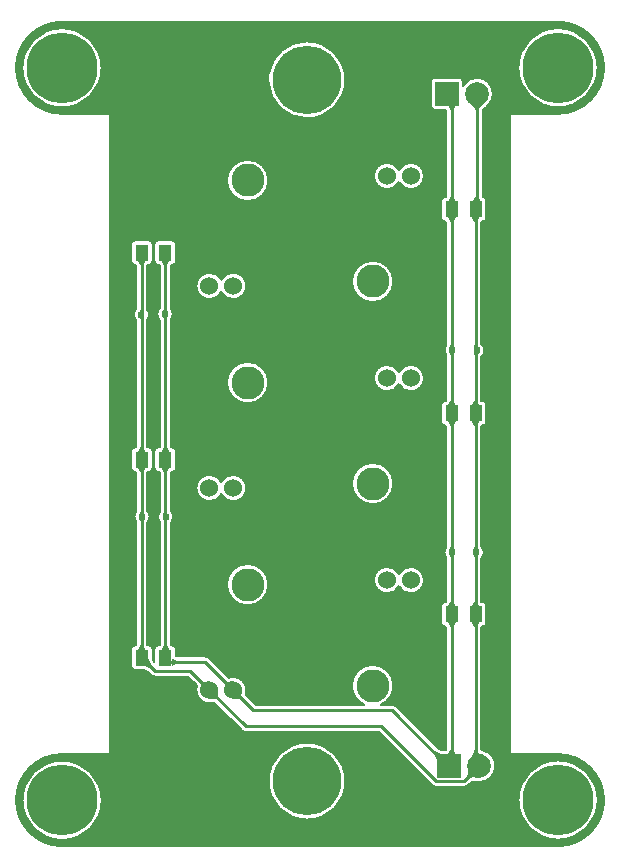
<source format=gbl>
G04 Layer: BottomLayer*
G04 EasyEDA Pro v2.2.32.3, 2024-11-26 15:57:28*
G04 Gerber Generator version 0.3*
G04 Scale: 100 percent, Rotated: No, Reflected: No*
G04 Dimensions in millimeters*
G04 Leading zeros omitted, absolute positions, 3 integers and 5 decimals*
%FSLAX35Y35*%
%MOMM*%
%ADD10C,0.2032*%
%ADD11C,6.0*%
%ADD12R,2.0X2.0*%
%ADD13C,2.0*%
%ADD14C,2.79999*%
%ADD15C,1.524*%
%ADD16C,5.79999*%
%ADD17R,1.13254X1.37701*%
%ADD18R,1.13254X1.37701*%
%ADD19C,0.6143*%
%ADD20C,0.61*%
%ADD21C,0.254*%
G75*


G04 Copper Start*
G36*
G01X5807395Y-47367D02*
G01X5710006Y-47691D01*
G03X5707431Y-47367I-2575J-10091D01*
G02X5317846Y342218I0J389585D01*
G02X5707431Y731803I389585J0D01*
G01X5707431Y731803D01*
G01X6107430Y731803D01*
G01X6107430Y731803D01*
G03X6117844Y742217I0J10414D01*
G01X6117844Y742217D01*
G01X6117844Y6142206D01*
G01X6117844Y6142206D01*
G03X6107430Y6152620I-10414J0D01*
G01X6107430Y6152620D01*
G01X5811135Y6152620D01*
G03X5807430Y6153302I-3705J-9733D01*
G03X5803725Y6152620I0J-10414D01*
G01X5707431Y6152620D01*
G01X5707431Y6152620D01*
G02X5317846Y6542206I0J389585D01*
G02X5701465Y6931745I389585J0D01*
G01X5701465Y6931745D01*
G03X5704960Y6931141I3495J9810D01*
G01X5704960Y6931141D01*
G01X5704997Y6931141D01*
G01X5704997Y6931141D01*
G01X5705026Y6931141D01*
G01X5705026Y6931141D01*
G01X5807463Y6931791D01*
G01X6307429Y6931791D01*
G01X6307429Y6931791D01*
G01X9307423Y6931791D01*
G01X9307423Y6931791D01*
G01X9807422Y6931791D01*
G01X9807457Y6931791D01*
G01X9904848Y6932114D01*
G03X9907421Y6931791I2573J10091D01*
G02X10297006Y6542206I0J-389585D01*
G02X9907421Y6152620I-389585J0D01*
G01X9907421Y6152620D01*
G01X9507422Y6152620D01*
G01X9507422Y6152620D01*
G03X9497008Y6142206I0J-10414D01*
G01X9497008Y6142206D01*
G01X9497008Y742217D01*
G01X9497008Y742217D01*
G03X9507422Y731803I10414J0D01*
G01X9507422Y731803D01*
G01X9907421Y731803D01*
G01X9907421Y731803D01*
G02X10297006Y342218I0J-389585D01*
G02X9909946Y-47359I-389585J0D01*
G01X9909946Y-47359D01*
G01X9908712Y-47286D01*
G01X9908704Y-47286D01*
G01X9807418Y-47367D01*
G01X9307423Y-47367D01*
G01X9307423Y-47367D01*
G01X6307429Y-47367D01*
G01X6307429Y-47367D01*
G01X5807430Y-47367D01*
G01X5807395Y-47367D01*
G37*
%LPC*%
G36*
G01X8840676Y468621D02*
G03X8874981Y454412I34305J34305D01*
G01X8874981Y454412D01*
G01X9112637Y454412D01*
G01X9112637Y454412D01*
G03X9146942Y468621I0J48514D01*
G01X9146942Y468621D01*
G01X9175906Y497585D01*
G01X9177117Y497828D01*
G01X9180459Y498204D01*
G01X9184668Y498407D01*
G01X9192547Y498335D01*
G01X9221987Y496173D01*
G01X9221987Y496173D01*
G01X9222332Y496149D01*
G01X9222332Y496149D01*
G01X9223658Y496065D01*
G03X9240537Y495012I16880J134761D01*
G03X9376351Y630826I0J135814D01*
G03X9270204Y763360I-135814J0D01*
G01X9265453Y765744D01*
G01X9260661Y768543D01*
G01X9257937Y770393D01*
G01X9257081Y771058D01*
G01X9257081Y1808693D01*
G01X9257304Y1810979D01*
G01X9265194Y1810979D01*
G01X9265194Y1810979D01*
G03X9301008Y1846793I0J35814D01*
G01X9301008Y1846793D01*
G01X9301008Y1984494D01*
G01X9301008Y1984494D01*
G03X9265194Y2020308I-35814J0D01*
G01X9265194Y2020308D01*
G01X9257304Y2020308D01*
G01X9257081Y2022594D01*
G01X9257081Y2388405D01*
G01X9258410Y2389613D01*
G01X9259941Y2391004D01*
G01X9260032Y2391086D01*
G01X9260032Y2391086D01*
G03X9262049Y2393069I-24080J26510D01*
G01X9262049Y2393069D01*
G03X9280908Y2439390I-47454J46321D01*
G03X9262049Y2485711I-66314J0D01*
G01X9262049Y2485711D01*
G03X9260032Y2487693I-26096J-24528D01*
G01X9260032Y2487693D01*
G01X9259941Y2487775D01*
G01X9258410Y2489166D01*
G01X9257081Y2490374D01*
G01X9257081Y3510493D01*
G01X9257304Y3512779D01*
G01X9265194Y3512779D01*
G01X9265194Y3512779D01*
G03X9301008Y3548593I0J35814D01*
G01X9301008Y3548593D01*
G01X9301008Y3686294D01*
G01X9301008Y3686294D01*
G03X9265194Y3722108I-35814J0D01*
G01X9265194Y3722108D01*
G01X9257304Y3722108D01*
G01X9257081Y3724394D01*
G01X9257081Y4097343D01*
G01X9257165Y4097414D01*
G01X9257758Y4097913D01*
G03X9284099Y4150825I-39973J52912D01*
G03X9258096Y4203480I-66314J0D01*
G01X9257081Y4204326D01*
G01X9257081Y5237693D01*
G01X9257304Y5239979D01*
G01X9265194Y5239979D01*
G01X9265194Y5239979D01*
G03X9301008Y5275793I0J35814D01*
G01X9301008Y5275793D01*
G01X9301008Y5413494D01*
G01X9301008Y5413494D01*
G03X9268945Y5449111I-35814J0D01*
G01X9268681Y5451594D01*
G01X9268681Y6182626D01*
G01X9269366Y6183655D01*
G01X9271463Y6186283D01*
G01X9274296Y6189403D01*
G01X9279918Y6194924D01*
G01X9302264Y6214212D01*
G01X9302264Y6214212D01*
G01X9302525Y6214439D01*
G01X9302525Y6214439D01*
G01X9303523Y6215319D01*
G03X9355981Y6322543I-83357J107224D01*
G03X9220167Y6458357I-135814J0D01*
G03X9101981Y6389457I0J-135814D01*
G01X9101981Y6422543D01*
G01X9101981Y6422543D01*
G03X9066167Y6458357I-35814J0D01*
G01X9066167Y6458357D01*
G01X8866167Y6458357D01*
G01X8866167Y6458357D01*
G03X8830353Y6422543I0J-35814D01*
G01X8830353Y6422543D01*
G01X8830353Y6222543D01*
G01X8830353Y6222543D01*
G03X8866167Y6186729I35814J0D01*
G01X8866167Y6186729D01*
G01X8961142Y6186729D01*
G01X8961365Y6184443D01*
G01X8961365Y5451594D01*
G01X8961142Y5449308D01*
G01X8951940Y5449308D01*
G01X8951940Y5449308D01*
G03X8916126Y5413494I0J-35814D01*
G01X8916126Y5413494D01*
G01X8916126Y5275793D01*
G01X8916126Y5275793D01*
G03X8951940Y5239979I35814J0D01*
G01X8951940Y5239979D01*
G01X8959830Y5239979D01*
G01X8960053Y5237693D01*
G01X8960053Y4192857D01*
G01X8960019Y4191655D01*
G01X8959997Y4191403D01*
G03X8946133Y4150825I52450J-40578D01*
G03X8960000Y4110244I66314J0D01*
G01X8960048Y4109385D01*
G01X8960053Y4109049D01*
G01X8960053Y3724394D01*
G01X8959830Y3722108D01*
G01X8951940Y3722108D01*
G01X8951940Y3722108D01*
G03X8916126Y3686294I0J-35814D01*
G01X8916126Y3686294D01*
G01X8916126Y3548593D01*
G01X8916126Y3548593D01*
G03X8951940Y3512779I35814J0D01*
G01X8951940Y3512779D01*
G01X8959830Y3512779D01*
G01X8960053Y3510493D01*
G01X8960053Y2483140D01*
G01X8959925Y2482779D01*
G01X8959615Y2482064D01*
G01X8959547Y2481932D01*
G03X8944103Y2439390I50870J-42542D01*
G03X8959547Y2396847I66314J0D01*
G01X8959616Y2396715D01*
G01X8959925Y2396000D01*
G01X8960053Y2395639D01*
G01X8960053Y2022594D01*
G01X8959830Y2020308D01*
G01X8951940Y2020308D01*
G01X8951940Y2020308D01*
G03X8916126Y1984494I0J-35814D01*
G01X8916126Y1984494D01*
G01X8916126Y1846793D01*
G01X8916126Y1846793D01*
G03X8951940Y1810979I35814J0D01*
G01X8951940Y1810979D01*
G01X8959830Y1810979D01*
G01X8960053Y1808693D01*
G01X8960053Y768926D01*
G01X8959830Y766640D01*
G01X8918623Y766640D01*
G02X8887220Y783091I10625J58479D01*
G01X8887175Y783136D01*
G01X8534888Y1135423D01*
G01X8534888Y1135423D01*
G03X8500583Y1149632I-34305J-34305D01*
G01X8500583Y1149632D01*
G01X8406714Y1149632D01*
G03X8513275Y1311232I-69253J161600D01*
G03X8337461Y1487046I-175814J0D01*
G03X8161647Y1311232I0J-175814D01*
G03X8268208Y1149632I175814J0D01*
G01X7348364Y1149632D01*
G01X7264329Y1233668D01*
G01X7262932Y1235158D01*
G01X7265378Y1246363D01*
G01X7265378Y1246363D01*
G01X7265624Y1247591D01*
G01X7265624Y1247591D01*
G01X7266690Y1253455D01*
G01X7266690Y1253455D01*
G01X7266989Y1255396D01*
G01X7266989Y1255396D01*
G01X7267627Y1260474D01*
G01X7267627Y1260474D01*
G01X7267816Y1262385D01*
G01X7267816Y1262385D01*
G01X7268107Y1266451D01*
G01X7268107Y1266452D01*
G01X7268192Y1268296D01*
G01X7268192Y1268296D01*
G01X7268215Y1269476D01*
G03X7268272Y1272305I-111954J3651D01*
G01X7268278Y1272607D01*
G01X7268278Y1272607D01*
G01X7268285Y1273322D01*
G01X7268267Y1274461D01*
G03X7157582Y1385133I-112006J-1334D01*
G01X7156456Y1385151D01*
G01X7155743Y1385144D01*
G01X7155743Y1385144D01*
G01X7155457Y1385138D01*
G03X7152604Y1385081I803J-112011D01*
G01X7151432Y1385058D01*
G01X7151432Y1385058D01*
G01X7149304Y1384952D01*
G01X7149304Y1384952D01*
G01X7143932Y1384524D01*
G01X7143932Y1384524D01*
G01X7141814Y1384292D01*
G01X7141814Y1384292D01*
G01X7136827Y1383595D01*
G01X7136827Y1383595D01*
G01X7134786Y1383249D01*
G01X7134786Y1383249D01*
G01X7126838Y1381665D01*
G01X7126838Y1381665D01*
G01X7126279Y1381549D01*
G01X7126279Y1381549D01*
G01X7118269Y1379820D01*
G01X7116800Y1381197D01*
G01X6953903Y1544094D01*
G01X6953903Y1544094D01*
G03X6919599Y1558303I-34305J-34305D01*
G01X6919599Y1558303D01*
G01X6677494Y1558303D01*
G01X6675208Y1558526D01*
G01X6675208Y1616194D01*
G01X6675208Y1616194D01*
G03X6639394Y1652008I-35814J0D01*
G01X6639394Y1652008D01*
G01X6631504Y1652008D01*
G01X6631281Y1654294D01*
G01X6631281Y2694997D01*
G01X6634216Y2698338D01*
G03X6650772Y2742175I-49758J43837D01*
G03X6634215Y2786013I-66314J0D01*
G01X6631281Y2789354D01*
G01X6631281Y3116793D01*
G01X6631504Y3119079D01*
G01X6639394Y3119079D01*
G01X6639394Y3119079D01*
G03X6675208Y3154893I0J35814D01*
G01X6675208Y3154893D01*
G01X6675208Y3292594D01*
G01X6675208Y3292594D01*
G03X6639394Y3328408I-35814J0D01*
G01X6639394Y3328408D01*
G01X6631504Y3328408D01*
G01X6631281Y3330694D01*
G01X6631281Y4414785D01*
G01X6631315Y4416026D01*
G01X6631335Y4416268D01*
G03X6645165Y4456801I-52485J40533D01*
G03X6631334Y4497336I-66314J0D01*
G01X6631286Y4498204D01*
G01X6631281Y4498570D01*
G01X6631281Y4869393D01*
G01X6631504Y4871679D01*
G01X6639394Y4871679D01*
G01X6639394Y4871679D01*
G03X6675208Y4907493I0J35814D01*
G01X6675208Y4907493D01*
G01X6675208Y5045194D01*
G01X6675208Y5045194D01*
G03X6639394Y5081008I-35814J0D01*
G01X6639394Y5081008D01*
G01X6526140Y5081008D01*
G01X6526140Y5081008D01*
G03X6490326Y5045194I0J-35814D01*
G01X6490326Y5045194D01*
G01X6490326Y4907493D01*
G01X6490326Y4907493D01*
G03X6526140Y4871679I35814J0D01*
G01X6526140Y4871679D01*
G01X6534030Y4871679D01*
G01X6534253Y4869393D01*
G01X6534253Y4506014D01*
G01X6533929Y4505706D01*
G01X6533929Y4505706D01*
G01X6532606Y4504381D01*
G01X6532606Y4504381D01*
G01X6531829Y4503561D01*
G03X6529140Y4500692I47021J-46761D01*
G01X6529089Y4500634D01*
G03X6512537Y4456801I49762J-43833D01*
G03X6529005Y4413063I66314J0D01*
G01X6529225Y4412814D01*
G03X6531824Y4410045I49625J43987D01*
G01X6532606Y4409221D01*
G01X6532606Y4409221D01*
G01X6533929Y4407895D01*
G01X6533929Y4407895D01*
G01X6534253Y4407587D01*
G01X6534253Y3330694D01*
G01X6534030Y3328408D01*
G01X6526140Y3328408D01*
G01X6526140Y3328408D01*
G03X6490326Y3292594I0J-35814D01*
G01X6490326Y3292594D01*
G01X6490326Y3154893D01*
G01X6490326Y3154893D01*
G03X6526140Y3119079I35814J0D01*
G01X6526140Y3119079D01*
G01X6534030Y3119079D01*
G01X6534253Y3116793D01*
G01X6534253Y2786017D01*
G01X6534189Y2785843D01*
G01X6533889Y2785166D01*
G01X6533761Y2784923D01*
G03X6518144Y2742175I50697J-42748D01*
G03X6533770Y2699416I66314J0D01*
G01X6534040Y2698859D01*
G01X6534253Y2698333D01*
G01X6534253Y1654294D01*
G01X6534030Y1652008D01*
G01X6526140Y1652008D01*
G01X6526140Y1652008D01*
G03X6490326Y1616194I0J-35814D01*
G01X6490326Y1616194D01*
G01X6490326Y1508437D01*
G02X6475208Y1538463I43361J40651D01*
G01X6475208Y1616194D01*
G01X6475208Y1616194D01*
G03X6439394Y1652008I-35814J0D01*
G01X6439394Y1652008D01*
G01X6431505Y1652008D01*
G01X6431281Y1654294D01*
G01X6431281Y2695356D01*
G01X6433677Y2698000D01*
G01X6434546Y2698962D01*
G01X6434766Y2699211D01*
G03X6451235Y2742949I-49846J43738D01*
G03X6434682Y2786782I-66314J0D01*
G01X6434631Y2786840D01*
G01X6433664Y2787912D01*
G01X6431281Y2790542D01*
G01X6431281Y3116793D01*
G01X6431505Y3119079D01*
G01X6439394Y3119079D01*
G01X6439394Y3119079D01*
G03X6475208Y3154893I0J35814D01*
G01X6475208Y3154893D01*
G01X6475208Y3292594D01*
G01X6475208Y3292594D01*
G03X6439394Y3328408I-35814J0D01*
G01X6439394Y3328408D01*
G01X6431505Y3328408D01*
G01X6431281Y3330694D01*
G01X6431281Y4410234D01*
G01X6431427Y4410780D01*
G01X6431534Y4411091D01*
G03X6446401Y4452934I-51447J41843D01*
G03X6431534Y4494776I-66314J0D01*
G01X6431427Y4495087D01*
G01X6431281Y4495634D01*
G01X6431281Y4869393D01*
G01X6431505Y4871679D01*
G01X6439394Y4871679D01*
G01X6439394Y4871679D01*
G03X6475208Y4907493I0J35814D01*
G01X6475208Y4907493D01*
G01X6475208Y5045194D01*
G01X6475208Y5045194D01*
G03X6439394Y5081008I-35814J0D01*
G01X6439394Y5081008D01*
G01X6326141Y5081008D01*
G01X6326141Y5081008D01*
G03X6290327Y5045194I0J-35814D01*
G01X6290327Y5045194D01*
G01X6290327Y4907493D01*
G01X6290327Y4907493D01*
G03X6326141Y4871679I35814J0D01*
G01X6326141Y4871679D01*
G01X6334030Y4871679D01*
G01X6334253Y4869393D01*
G01X6334253Y4501031D01*
G01X6332300Y4498949D01*
G01X6332300Y4498949D01*
G01X6331823Y4498431D01*
G01X6331823Y4498431D01*
G01X6331190Y4497729D01*
G03X6313773Y4452934I48897J-44796D01*
G03X6332618Y4406627I66314J0D01*
G01X6334253Y4404882D01*
G01X6334253Y3330694D01*
G01X6334030Y3328408D01*
G01X6326141Y3328408D01*
G01X6326141Y3328408D01*
G03X6290327Y3292594I0J-35814D01*
G01X6290327Y3292594D01*
G01X6290327Y3154893D01*
G01X6290327Y3154893D01*
G03X6326141Y3119079I35814J0D01*
G01X6326141Y3119079D01*
G01X6334030Y3119079D01*
G01X6334253Y3116793D01*
G01X6334253Y2786477D01*
G01X6334026Y2785806D01*
G01X6333744Y2785121D01*
G03X6318607Y2742949I51177J-42172D01*
G03X6333744Y2700777I66314J0D01*
G01X6334026Y2700092D01*
G01X6334253Y2699421D01*
G01X6334253Y1654294D01*
G01X6334030Y1652008D01*
G01X6326141Y1652008D01*
G01X6326141Y1652008D01*
G03X6290327Y1616194I0J-35814D01*
G01X6290327Y1616194D01*
G01X6290327Y1478493D01*
G01X6290327Y1478493D01*
G03X6326141Y1442679I35814J0D01*
G01X6326141Y1442679D01*
G01X6403871Y1442679D01*
G02X6435204Y1426297I-10625J-58479D01*
G01X6459851Y1401650D01*
G01X6459851Y1401650D01*
G03X6494155Y1387441I34305J34305D01*
G01X6494155Y1387441D01*
G01X6773338Y1387441D01*
G01X6848193Y1312586D01*
G01X6849590Y1311096D01*
G01X6847144Y1299890D01*
G01X6847144Y1299890D01*
G01X6846898Y1298662D01*
G01X6846898Y1298662D01*
G01X6845832Y1292798D01*
G01X6845832Y1292798D01*
G01X6845533Y1290858D01*
G01X6845533Y1290858D01*
G01X6844894Y1285779D01*
G01X6844894Y1285779D01*
G01X6844706Y1283869D01*
G01X6844706Y1283869D01*
G01X6844415Y1279801D01*
G01X6844415Y1279801D01*
G01X6844330Y1277958D01*
G01X6844330Y1277958D01*
G01X6844307Y1276778D01*
G03X6844250Y1273948I111954J-3651D01*
G01X6844244Y1273646D01*
G01X6844244Y1273646D01*
G01X6844237Y1272931D01*
G01X6844255Y1271792D01*
G03X6949098Y1161342I112006J1334D01*
G01X6949395Y1161323D01*
G03X6954927Y1161121I6866J111803D01*
G01X6956066Y1161103D01*
G01X6956779Y1161110D01*
G01X6956779Y1161110D01*
G01X6957084Y1161116D01*
G03X6959898Y1161172I-823J112011D01*
G01X6961090Y1161196D01*
G01X6961090Y1161196D01*
G01X6963218Y1161301D01*
G01X6963218Y1161301D01*
G01X6968590Y1161729D01*
G01X6968590Y1161729D01*
G01X6970708Y1161961D01*
G01X6970708Y1161961D01*
G01X6975695Y1162658D01*
G01X6975695Y1162658D01*
G01X6977735Y1163004D01*
G01X6977735Y1163004D01*
G01X6985683Y1164588D01*
G01X6985683Y1164588D01*
G01X6986243Y1164704D01*
G01X6986243Y1164704D01*
G01X6994253Y1166434D01*
G01X6995721Y1165057D01*
G01X7228533Y932245D01*
G01X7228533Y932245D01*
G03X7262838Y918036I34305J34305D01*
G01X7262838Y918036D01*
G01X8391261Y918036D01*
G01X8840676Y468621D01*
G01X8840676Y468621D01*
G37*
G36*
G01X9572133Y342523D02*
G03X9907947Y6709I335814J0D01*
G03X10243761Y342523I0J335814D01*
G03X9907947Y678337I-335814J0D01*
G03X9572133Y342523I0J-335814D01*
G37*
G36*
G01X5372480Y339949D02*
G03X5708294Y4134I335814J0D01*
G03X6044108Y339949I0J335814D01*
G03X5708294Y675763I-335814J0D01*
G03X5372480Y339949I0J-335814D01*
G37*
G36*
G01X9906884Y6206613D02*
G03X10242698Y6542427I0J335814D01*
G03X9906884Y6878241I-335814J0D01*
G03X9571070Y6542427I0J-335814D01*
G03X9906884Y6206613I335814J0D01*
G37*
G36*
G01X5371429Y6541859D02*
G03X5707243Y6206045I335814J0D01*
G03X6043057Y6541859I0J335814D01*
G03X5707243Y6877673I-335814J0D01*
G03X5371429Y6541859I0J-335814D01*
G37*
G36*
G01X7780633Y6114406D02*
G03X8106447Y6440219I0J325813D01*
G03X7780633Y6766033I-325813J0D01*
G03X7460146Y6498892I0J-325813D01*
G01X7460146Y6498892D01*
G03X7452710Y6477043I28377J-21849D01*
G01X7452710Y6477043D01*
G01X7452710Y6450674D01*
G03X7451380Y6441007I34485J-9666D01*
G03X7455178Y6424958I35814J0D01*
G03X7780633Y6114406I325456J15261D01*
G37*
G36*
G01X7456288Y503081D02*
G03X7782102Y177268I325813J0D01*
G03X8107915Y503081I0J325813D01*
G03X7782102Y828894I-325813J0D01*
G03X7456288Y503081I0J-325813D01*
G37*
G36*
G01X8161647Y4733039D02*
G03X8337461Y4557225I175814J0D01*
G03X8513275Y4733039I0J175814D01*
G03X8337461Y4908853I-175814J0D01*
G03X8161647Y4733039I0J-175814D01*
G37*
G36*
G01X8161647Y3022135D02*
G03X8337461Y2846322I175814J0D01*
G03X8513275Y3022135I0J175814D01*
G03X8337461Y3197949I-175814J0D01*
G03X8161647Y3022135I0J-175814D01*
G37*
G36*
G01X7279273Y5412133D02*
G03X7455087Y5587947I0J175814D01*
G03X7279273Y5763761I-175814J0D01*
G03X7103459Y5587947I0J-175814D01*
G03X7279273Y5412133I175814J0D01*
G37*
G36*
G01X7103459Y2166140D02*
G03X7279273Y1990326I175814J0D01*
G03X7455087Y2166140I0J175814D01*
G03X7279273Y2341954I-175814J0D01*
G03X7103459Y2166140I0J-175814D01*
G37*
G36*
G01X7103459Y3877044D02*
G03X7279273Y3701230I175814J0D01*
G03X7455087Y3877044I0J175814D01*
G03X7279273Y4052857I-175814J0D01*
G03X7103459Y3877044I0J-175814D01*
G37*
G36*
G01X8660473Y3803135D02*
G03X8772487Y3915149I0J112014D01*
G03X8660473Y4027163I-112014J0D01*
G03X8560473Y3965618I0J-112014D01*
G03X8460473Y4027163I-100000J-50470D01*
G03X8348459Y3915149I0J-112014D01*
G03X8460473Y3803135I112014J0D01*
G03X8560473Y3864679I0J112014D01*
G03X8660473Y3803135I100000J50470D01*
G37*
G36*
G01X7156261Y2872016D02*
G03X7268275Y2984030I0J112014D01*
G03X7156261Y3096044I-112014J0D01*
G03X7056261Y3034500I0J-112014D01*
G03X6956261Y3096044I-100000J-50470D01*
G03X6844247Y2984030I0J-112014D01*
G03X6956261Y2872016I112014J0D01*
G03X7056261Y2933561I0J112014D01*
G03X7156261Y2872016I100000J50470D01*
G37*
G36*
G01X8348459Y2204245D02*
G03X8460473Y2092231I112014J0D01*
G03X8560473Y2153775I0J112014D01*
G03X8660473Y2092231I100000J50470D01*
G03X8772487Y2204245I0J112014D01*
G03X8660473Y2316259I-112014J0D01*
G03X8560473Y2254715I0J-112014D01*
G03X8460473Y2316259I-100000J-50470D01*
G03X8348459Y2204245I0J-112014D01*
G37*
G36*
G01X8460473Y5514038D02*
G03X8560473Y5575583I0J112014D01*
G03X8660473Y5514038I100000J50470D01*
G03X8772487Y5626052I0J112014D01*
G03X8660473Y5738066I-112014J0D01*
G03X8560473Y5676522I0J-112014D01*
G03X8460473Y5738066I-100000J-50470D01*
G03X8348459Y5626052I0J-112014D01*
G03X8460473Y5514038I112014J0D01*
G37*
G36*
G01X6844247Y4694934D02*
G03X6956261Y4582920I112014J0D01*
G03X7056261Y4644464I0J112014D01*
G03X7156261Y4582920I100000J50470D01*
G03X7268275Y4694934I0J112014D01*
G03X7156261Y4806948I-112014J0D01*
G03X7056261Y4745404I0J-112014D01*
G03X6956261Y4806948I-100000J-50470D01*
G03X6844247Y4694934I0J-112014D01*
G37*
%LPD*%
G54D10*
G01X5807395Y-47367D02*
G01X5710006Y-47691D01*
G03X5707431Y-47367I-2575J-10091D01*
G02X5317846Y342218I0J389585D01*
G02X5707431Y731803I389585J0D01*
G01X5707431Y731803D01*
G01X6107430Y731803D01*
G01X6107430Y731803D01*
G03X6117844Y742217I0J10414D01*
G01X6117844Y742217D01*
G01X6117844Y6142206D01*
G01X6117844Y6142206D01*
G03X6107430Y6152620I-10414J0D01*
G01X6107430Y6152620D01*
G01X5811135Y6152620D01*
G03X5807430Y6153302I-3705J-9733D01*
G03X5803725Y6152620I0J-10414D01*
G01X5707431Y6152620D01*
G01X5707431Y6152620D01*
G02X5317846Y6542206I0J389585D01*
G02X5701465Y6931745I389585J0D01*
G01X5701465Y6931745D01*
G03X5704960Y6931141I3495J9810D01*
G01X5704960Y6931141D01*
G01X5704997Y6931141D01*
G01X5704997Y6931141D01*
G01X5705026Y6931141D01*
G01X5705026Y6931141D01*
G01X5807463Y6931791D01*
G01X6307429Y6931791D01*
G01X6307429Y6931791D01*
G01X9307423Y6931791D01*
G01X9307423Y6931791D01*
G01X9807422Y6931791D01*
G01X9807457Y6931791D01*
G01X9904848Y6932114D01*
G03X9907421Y6931791I2573J10091D01*
G02X10297006Y6542206I0J-389585D01*
G02X9907421Y6152620I-389585J0D01*
G01X9907421Y6152620D01*
G01X9507422Y6152620D01*
G01X9507422Y6152620D01*
G03X9497008Y6142206I0J-10414D01*
G01X9497008Y6142206D01*
G01X9497008Y742217D01*
G01X9497008Y742217D01*
G03X9507422Y731803I10414J0D01*
G01X9507422Y731803D01*
G01X9907421Y731803D01*
G01X9907421Y731803D01*
G02X10297006Y342218I0J-389585D01*
G02X9909946Y-47359I-389585J0D01*
G01X9909946Y-47359D01*
G01X9908712Y-47286D01*
G01X9908704Y-47286D01*
G01X9807418Y-47367D01*
G01X9307423Y-47367D01*
G01X9307423Y-47367D01*
G01X6307429Y-47367D01*
G01X6307429Y-47367D01*
G01X5807430Y-47367D01*
G01X5807395Y-47367D01*
G01X8840676Y468621D02*
G03X8874981Y454412I34305J34305D01*
G01X8874981Y454412D01*
G01X9112637Y454412D01*
G01X9112637Y454412D01*
G03X9146942Y468621I0J48514D01*
G01X9146942Y468621D01*
G01X9175906Y497585D01*
G01X9177117Y497828D01*
G01X9180459Y498204D01*
G01X9184668Y498407D01*
G01X9192547Y498335D01*
G01X9221987Y496173D01*
G01X9221987Y496173D01*
G01X9222332Y496149D01*
G01X9222332Y496149D01*
G01X9223658Y496065D01*
G03X9240537Y495012I16880J134761D01*
G03X9376351Y630826I0J135814D01*
G03X9270204Y763360I-135814J0D01*
G01X9265453Y765744D01*
G01X9260661Y768543D01*
G01X9257937Y770393D01*
G01X9257081Y771058D01*
G01X9257081Y1808693D01*
G01X9257304Y1810979D01*
G01X9265194Y1810979D01*
G01X9265194Y1810979D01*
G03X9301008Y1846793I0J35814D01*
G01X9301008Y1846793D01*
G01X9301008Y1984494D01*
G01X9301008Y1984494D01*
G03X9265194Y2020308I-35814J0D01*
G01X9265194Y2020308D01*
G01X9257304Y2020308D01*
G01X9257081Y2022594D01*
G01X9257081Y2388405D01*
G01X9258410Y2389613D01*
G01X9259941Y2391004D01*
G01X9260032Y2391086D01*
G01X9260032Y2391086D01*
G03X9262049Y2393069I-24080J26510D01*
G01X9262049Y2393069D01*
G03X9280908Y2439390I-47454J46321D01*
G03X9262049Y2485711I-66314J0D01*
G01X9262049Y2485711D01*
G03X9260032Y2487693I-26096J-24528D01*
G01X9260032Y2487693D01*
G01X9259941Y2487775D01*
G01X9258410Y2489166D01*
G01X9257081Y2490374D01*
G01X9257081Y3510493D01*
G01X9257304Y3512779D01*
G01X9265194Y3512779D01*
G01X9265194Y3512779D01*
G03X9301008Y3548593I0J35814D01*
G01X9301008Y3548593D01*
G01X9301008Y3686294D01*
G01X9301008Y3686294D01*
G03X9265194Y3722108I-35814J0D01*
G01X9265194Y3722108D01*
G01X9257304Y3722108D01*
G01X9257081Y3724394D01*
G01X9257081Y4097343D01*
G01X9257165Y4097414D01*
G01X9257758Y4097913D01*
G03X9284099Y4150825I-39973J52912D01*
G03X9258096Y4203480I-66314J0D01*
G01X9257081Y4204326D01*
G01X9257081Y5237693D01*
G01X9257304Y5239979D01*
G01X9265194Y5239979D01*
G01X9265194Y5239979D01*
G03X9301008Y5275793I0J35814D01*
G01X9301008Y5275793D01*
G01X9301008Y5413494D01*
G01X9301008Y5413494D01*
G03X9268945Y5449111I-35814J0D01*
G01X9268681Y5451594D01*
G01X9268681Y6182626D01*
G01X9269366Y6183655D01*
G01X9271463Y6186283D01*
G01X9274296Y6189403D01*
G01X9279918Y6194924D01*
G01X9302264Y6214212D01*
G01X9302264Y6214212D01*
G01X9302525Y6214439D01*
G01X9302525Y6214439D01*
G01X9303523Y6215319D01*
G03X9355981Y6322543I-83357J107224D01*
G03X9220167Y6458357I-135814J0D01*
G03X9101981Y6389457I0J-135814D01*
G01X9101981Y6422543D01*
G01X9101981Y6422543D01*
G03X9066167Y6458357I-35814J0D01*
G01X9066167Y6458357D01*
G01X8866167Y6458357D01*
G01X8866167Y6458357D01*
G03X8830353Y6422543I0J-35814D01*
G01X8830353Y6422543D01*
G01X8830353Y6222543D01*
G01X8830353Y6222543D01*
G03X8866167Y6186729I35814J0D01*
G01X8866167Y6186729D01*
G01X8961142Y6186729D01*
G01X8961365Y6184443D01*
G01X8961365Y5451594D01*
G01X8961142Y5449308D01*
G01X8951940Y5449308D01*
G01X8951940Y5449308D01*
G03X8916126Y5413494I0J-35814D01*
G01X8916126Y5413494D01*
G01X8916126Y5275793D01*
G01X8916126Y5275793D01*
G03X8951940Y5239979I35814J0D01*
G01X8951940Y5239979D01*
G01X8959830Y5239979D01*
G01X8960053Y5237693D01*
G01X8960053Y4192857D01*
G01X8960019Y4191655D01*
G01X8959997Y4191403D01*
G03X8946133Y4150825I52450J-40578D01*
G03X8960000Y4110244I66314J0D01*
G01X8960048Y4109385D01*
G01X8960053Y4109049D01*
G01X8960053Y3724394D01*
G01X8959830Y3722108D01*
G01X8951940Y3722108D01*
G01X8951940Y3722108D01*
G03X8916126Y3686294I0J-35814D01*
G01X8916126Y3686294D01*
G01X8916126Y3548593D01*
G01X8916126Y3548593D01*
G03X8951940Y3512779I35814J0D01*
G01X8951940Y3512779D01*
G01X8959830Y3512779D01*
G01X8960053Y3510493D01*
G01X8960053Y2483140D01*
G01X8959925Y2482779D01*
G01X8959615Y2482064D01*
G01X8959547Y2481932D01*
G03X8944103Y2439390I50870J-42542D01*
G03X8959547Y2396847I66314J0D01*
G01X8959616Y2396715D01*
G01X8959925Y2396000D01*
G01X8960053Y2395639D01*
G01X8960053Y2022594D01*
G01X8959830Y2020308D01*
G01X8951940Y2020308D01*
G01X8951940Y2020308D01*
G03X8916126Y1984494I0J-35814D01*
G01X8916126Y1984494D01*
G01X8916126Y1846793D01*
G01X8916126Y1846793D01*
G03X8951940Y1810979I35814J0D01*
G01X8951940Y1810979D01*
G01X8959830Y1810979D01*
G01X8960053Y1808693D01*
G01X8960053Y768926D01*
G01X8959830Y766640D01*
G01X8918623Y766640D01*
G02X8887220Y783091I10625J58479D01*
G01X8887175Y783136D01*
G01X8534888Y1135423D01*
G01X8534888Y1135423D01*
G03X8500583Y1149632I-34305J-34305D01*
G01X8500583Y1149632D01*
G01X8406714Y1149632D01*
G03X8513275Y1311232I-69253J161600D01*
G03X8337461Y1487046I-175814J0D01*
G03X8161647Y1311232I0J-175814D01*
G03X8268208Y1149632I175814J0D01*
G01X7348364Y1149632D01*
G01X7264329Y1233668D01*
G01X7262932Y1235158D01*
G01X7265378Y1246363D01*
G01X7265378Y1246363D01*
G01X7265624Y1247591D01*
G01X7265624Y1247591D01*
G01X7266690Y1253455D01*
G01X7266690Y1253455D01*
G01X7266989Y1255396D01*
G01X7266989Y1255396D01*
G01X7267627Y1260474D01*
G01X7267627Y1260474D01*
G01X7267816Y1262385D01*
G01X7267816Y1262385D01*
G01X7268107Y1266451D01*
G01X7268107Y1266452D01*
G01X7268192Y1268296D01*
G01X7268192Y1268296D01*
G01X7268215Y1269476D01*
G03X7268272Y1272305I-111954J3651D01*
G01X7268278Y1272607D01*
G01X7268278Y1272607D01*
G01X7268285Y1273322D01*
G01X7268267Y1274461D01*
G03X7157582Y1385133I-112006J-1334D01*
G01X7156456Y1385151D01*
G01X7155743Y1385144D01*
G01X7155743Y1385144D01*
G01X7155457Y1385138D01*
G03X7152604Y1385081I803J-112011D01*
G01X7151432Y1385058D01*
G01X7151432Y1385058D01*
G01X7149304Y1384952D01*
G01X7149304Y1384952D01*
G01X7143932Y1384524D01*
G01X7143932Y1384524D01*
G01X7141814Y1384292D01*
G01X7141814Y1384292D01*
G01X7136827Y1383595D01*
G01X7136827Y1383595D01*
G01X7134786Y1383249D01*
G01X7134786Y1383249D01*
G01X7126838Y1381665D01*
G01X7126838Y1381665D01*
G01X7126279Y1381549D01*
G01X7126279Y1381549D01*
G01X7118269Y1379820D01*
G01X7116800Y1381197D01*
G01X6953903Y1544094D01*
G01X6953903Y1544094D01*
G03X6919599Y1558303I-34305J-34305D01*
G01X6919599Y1558303D01*
G01X6677494Y1558303D01*
G01X6675208Y1558526D01*
G01X6675208Y1616194D01*
G01X6675208Y1616194D01*
G03X6639394Y1652008I-35814J0D01*
G01X6639394Y1652008D01*
G01X6631504Y1652008D01*
G01X6631281Y1654294D01*
G01X6631281Y2694997D01*
G01X6634216Y2698338D01*
G03X6650772Y2742175I-49758J43837D01*
G03X6634215Y2786013I-66314J0D01*
G01X6631281Y2789354D01*
G01X6631281Y3116793D01*
G01X6631504Y3119079D01*
G01X6639394Y3119079D01*
G01X6639394Y3119079D01*
G03X6675208Y3154893I0J35814D01*
G01X6675208Y3154893D01*
G01X6675208Y3292594D01*
G01X6675208Y3292594D01*
G03X6639394Y3328408I-35814J0D01*
G01X6639394Y3328408D01*
G01X6631504Y3328408D01*
G01X6631281Y3330694D01*
G01X6631281Y4414785D01*
G01X6631315Y4416026D01*
G01X6631335Y4416268D01*
G03X6645165Y4456801I-52485J40533D01*
G03X6631334Y4497336I-66314J0D01*
G01X6631286Y4498204D01*
G01X6631281Y4498570D01*
G01X6631281Y4869393D01*
G01X6631504Y4871679D01*
G01X6639394Y4871679D01*
G01X6639394Y4871679D01*
G03X6675208Y4907493I0J35814D01*
G01X6675208Y4907493D01*
G01X6675208Y5045194D01*
G01X6675208Y5045194D01*
G03X6639394Y5081008I-35814J0D01*
G01X6639394Y5081008D01*
G01X6526140Y5081008D01*
G01X6526140Y5081008D01*
G03X6490326Y5045194I0J-35814D01*
G01X6490326Y5045194D01*
G01X6490326Y4907493D01*
G01X6490326Y4907493D01*
G03X6526140Y4871679I35814J0D01*
G01X6526140Y4871679D01*
G01X6534030Y4871679D01*
G01X6534253Y4869393D01*
G01X6534253Y4506014D01*
G01X6533929Y4505706D01*
G01X6533929Y4505706D01*
G01X6532606Y4504381D01*
G01X6532606Y4504381D01*
G01X6531829Y4503561D01*
G03X6529140Y4500692I47021J-46761D01*
G01X6529089Y4500634D01*
G03X6512537Y4456801I49762J-43833D01*
G03X6529005Y4413063I66314J0D01*
G01X6529225Y4412814D01*
G03X6531824Y4410045I49625J43987D01*
G01X6532606Y4409221D01*
G01X6532606Y4409221D01*
G01X6533929Y4407895D01*
G01X6533929Y4407895D01*
G01X6534253Y4407587D01*
G01X6534253Y3330694D01*
G01X6534030Y3328408D01*
G01X6526140Y3328408D01*
G01X6526140Y3328408D01*
G03X6490326Y3292594I0J-35814D01*
G01X6490326Y3292594D01*
G01X6490326Y3154893D01*
G01X6490326Y3154893D01*
G03X6526140Y3119079I35814J0D01*
G01X6526140Y3119079D01*
G01X6534030Y3119079D01*
G01X6534253Y3116793D01*
G01X6534253Y2786017D01*
G01X6534189Y2785843D01*
G01X6533889Y2785166D01*
G01X6533761Y2784923D01*
G03X6518144Y2742175I50697J-42748D01*
G03X6533770Y2699416I66314J0D01*
G01X6534040Y2698859D01*
G01X6534253Y2698333D01*
G01X6534253Y1654294D01*
G01X6534030Y1652008D01*
G01X6526140Y1652008D01*
G01X6526140Y1652008D01*
G03X6490326Y1616194I0J-35814D01*
G01X6490326Y1616194D01*
G01X6490326Y1508437D01*
G02X6475208Y1538463I43361J40651D01*
G01X6475208Y1616194D01*
G01X6475208Y1616194D01*
G03X6439394Y1652008I-35814J0D01*
G01X6439394Y1652008D01*
G01X6431505Y1652008D01*
G01X6431281Y1654294D01*
G01X6431281Y2695356D01*
G01X6433677Y2698000D01*
G01X6434546Y2698962D01*
G01X6434766Y2699211D01*
G03X6451235Y2742949I-49846J43738D01*
G03X6434682Y2786782I-66314J0D01*
G01X6434631Y2786840D01*
G01X6433664Y2787912D01*
G01X6431281Y2790542D01*
G01X6431281Y3116793D01*
G01X6431505Y3119079D01*
G01X6439394Y3119079D01*
G01X6439394Y3119079D01*
G03X6475208Y3154893I0J35814D01*
G01X6475208Y3154893D01*
G01X6475208Y3292594D01*
G01X6475208Y3292594D01*
G03X6439394Y3328408I-35814J0D01*
G01X6439394Y3328408D01*
G01X6431505Y3328408D01*
G01X6431281Y3330694D01*
G01X6431281Y4410234D01*
G01X6431427Y4410780D01*
G01X6431534Y4411091D01*
G03X6446401Y4452934I-51447J41843D01*
G03X6431534Y4494776I-66314J0D01*
G01X6431427Y4495087D01*
G01X6431281Y4495634D01*
G01X6431281Y4869393D01*
G01X6431505Y4871679D01*
G01X6439394Y4871679D01*
G01X6439394Y4871679D01*
G03X6475208Y4907493I0J35814D01*
G01X6475208Y4907493D01*
G01X6475208Y5045194D01*
G01X6475208Y5045194D01*
G03X6439394Y5081008I-35814J0D01*
G01X6439394Y5081008D01*
G01X6326141Y5081008D01*
G01X6326141Y5081008D01*
G03X6290327Y5045194I0J-35814D01*
G01X6290327Y5045194D01*
G01X6290327Y4907493D01*
G01X6290327Y4907493D01*
G03X6326141Y4871679I35814J0D01*
G01X6326141Y4871679D01*
G01X6334030Y4871679D01*
G01X6334253Y4869393D01*
G01X6334253Y4501031D01*
G01X6332300Y4498949D01*
G01X6332300Y4498949D01*
G01X6331823Y4498431D01*
G01X6331823Y4498431D01*
G01X6331190Y4497729D01*
G03X6313773Y4452934I48897J-44796D01*
G03X6332618Y4406627I66314J0D01*
G01X6334253Y4404882D01*
G01X6334253Y3330694D01*
G01X6334030Y3328408D01*
G01X6326141Y3328408D01*
G01X6326141Y3328408D01*
G03X6290327Y3292594I0J-35814D01*
G01X6290327Y3292594D01*
G01X6290327Y3154893D01*
G01X6290327Y3154893D01*
G03X6326141Y3119079I35814J0D01*
G01X6326141Y3119079D01*
G01X6334030Y3119079D01*
G01X6334253Y3116793D01*
G01X6334253Y2786477D01*
G01X6334026Y2785806D01*
G01X6333744Y2785121D01*
G03X6318607Y2742949I51177J-42172D01*
G03X6333744Y2700777I66314J0D01*
G01X6334026Y2700092D01*
G01X6334253Y2699421D01*
G01X6334253Y1654294D01*
G01X6334030Y1652008D01*
G01X6326141Y1652008D01*
G01X6326141Y1652008D01*
G03X6290327Y1616194I0J-35814D01*
G01X6290327Y1616194D01*
G01X6290327Y1478493D01*
G01X6290327Y1478493D01*
G03X6326141Y1442679I35814J0D01*
G01X6326141Y1442679D01*
G01X6403871Y1442679D01*
G02X6435204Y1426297I-10625J-58479D01*
G01X6459851Y1401650D01*
G01X6459851Y1401650D01*
G03X6494155Y1387441I34305J34305D01*
G01X6494155Y1387441D01*
G01X6773338Y1387441D01*
G01X6848193Y1312586D01*
G01X6849590Y1311096D01*
G01X6847144Y1299890D01*
G01X6847144Y1299890D01*
G01X6846898Y1298662D01*
G01X6846898Y1298662D01*
G01X6845832Y1292798D01*
G01X6845832Y1292798D01*
G01X6845533Y1290858D01*
G01X6845533Y1290858D01*
G01X6844894Y1285779D01*
G01X6844894Y1285779D01*
G01X6844706Y1283869D01*
G01X6844706Y1283869D01*
G01X6844415Y1279801D01*
G01X6844415Y1279801D01*
G01X6844330Y1277958D01*
G01X6844330Y1277958D01*
G01X6844307Y1276778D01*
G03X6844250Y1273948I111954J-3651D01*
G01X6844244Y1273646D01*
G01X6844244Y1273646D01*
G01X6844237Y1272931D01*
G01X6844255Y1271792D01*
G03X6949098Y1161342I112006J1334D01*
G01X6949395Y1161323D01*
G03X6954927Y1161121I6866J111803D01*
G01X6956066Y1161103D01*
G01X6956779Y1161110D01*
G01X6956779Y1161110D01*
G01X6957084Y1161116D01*
G03X6959898Y1161172I-823J112011D01*
G01X6961090Y1161196D01*
G01X6961090Y1161196D01*
G01X6963218Y1161301D01*
G01X6963218Y1161301D01*
G01X6968590Y1161729D01*
G01X6968590Y1161729D01*
G01X6970708Y1161961D01*
G01X6970708Y1161961D01*
G01X6975695Y1162658D01*
G01X6975695Y1162658D01*
G01X6977735Y1163004D01*
G01X6977735Y1163004D01*
G01X6985683Y1164588D01*
G01X6985683Y1164588D01*
G01X6986243Y1164704D01*
G01X6986243Y1164704D01*
G01X6994253Y1166434D01*
G01X6995721Y1165057D01*
G01X7228533Y932245D01*
G01X7228533Y932245D01*
G03X7262838Y918036I34305J34305D01*
G01X7262838Y918036D01*
G01X8391261Y918036D01*
G01X8840676Y468621D01*
G01X8840676Y468621D01*
G01X9572133Y342523D02*
G03X9907947Y6709I335814J0D01*
G03X10243761Y342523I0J335814D01*
G03X9907947Y678337I-335814J0D01*
G03X9572133Y342523I0J-335814D01*
G01X5372480Y339949D02*
G03X5708294Y4134I335814J0D01*
G03X6044108Y339949I0J335814D01*
G03X5708294Y675763I-335814J0D01*
G03X5372480Y339949I0J-335814D01*
G01X9906884Y6206613D02*
G03X10242698Y6542427I0J335814D01*
G03X9906884Y6878241I-335814J0D01*
G03X9571070Y6542427I0J-335814D01*
G03X9906884Y6206613I335814J0D01*
G01X5371429Y6541859D02*
G03X5707243Y6206045I335814J0D01*
G03X6043057Y6541859I0J335814D01*
G03X5707243Y6877673I-335814J0D01*
G03X5371429Y6541859I0J-335814D01*
G01X7780633Y6114406D02*
G03X8106447Y6440219I0J325813D01*
G03X7780633Y6766033I-325813J0D01*
G03X7460146Y6498892I0J-325813D01*
G01X7460146Y6498892D01*
G03X7452710Y6477043I28377J-21849D01*
G01X7452710Y6477043D01*
G01X7452710Y6450674D01*
G03X7451380Y6441007I34485J-9666D01*
G03X7455178Y6424958I35814J0D01*
G03X7780633Y6114406I325456J15261D01*
G01X7456288Y503081D02*
G03X7782102Y177268I325813J0D01*
G03X8107915Y503081I0J325813D01*
G03X7782102Y828894I-325813J0D01*
G03X7456288Y503081I0J-325813D01*
G01X8161647Y4733039D02*
G03X8337461Y4557225I175814J0D01*
G03X8513275Y4733039I0J175814D01*
G03X8337461Y4908853I-175814J0D01*
G03X8161647Y4733039I0J-175814D01*
G01X8161647Y3022135D02*
G03X8337461Y2846322I175814J0D01*
G03X8513275Y3022135I0J175814D01*
G03X8337461Y3197949I-175814J0D01*
G03X8161647Y3022135I0J-175814D01*
G01X7279273Y5412133D02*
G03X7455087Y5587947I0J175814D01*
G03X7279273Y5763761I-175814J0D01*
G03X7103459Y5587947I0J-175814D01*
G03X7279273Y5412133I175814J0D01*
G01X7103459Y2166140D02*
G03X7279273Y1990326I175814J0D01*
G03X7455087Y2166140I0J175814D01*
G03X7279273Y2341954I-175814J0D01*
G03X7103459Y2166140I0J-175814D01*
G01X7103459Y3877044D02*
G03X7279273Y3701230I175814J0D01*
G03X7455087Y3877044I0J175814D01*
G03X7279273Y4052857I-175814J0D01*
G03X7103459Y3877044I0J-175814D01*
G01X8660473Y3803135D02*
G03X8772487Y3915149I0J112014D01*
G03X8660473Y4027163I-112014J0D01*
G03X8560473Y3965618I0J-112014D01*
G03X8460473Y4027163I-100000J-50470D01*
G03X8348459Y3915149I0J-112014D01*
G03X8460473Y3803135I112014J0D01*
G03X8560473Y3864679I0J112014D01*
G03X8660473Y3803135I100000J50470D01*
G01X7156261Y2872016D02*
G03X7268275Y2984030I0J112014D01*
G03X7156261Y3096044I-112014J0D01*
G03X7056261Y3034500I0J-112014D01*
G03X6956261Y3096044I-100000J-50470D01*
G03X6844247Y2984030I0J-112014D01*
G03X6956261Y2872016I112014J0D01*
G03X7056261Y2933561I0J112014D01*
G03X7156261Y2872016I100000J50470D01*
G01X8348459Y2204245D02*
G03X8460473Y2092231I112014J0D01*
G03X8560473Y2153775I0J112014D01*
G03X8660473Y2092231I100000J50470D01*
G03X8772487Y2204245I0J112014D01*
G03X8660473Y2316259I-112014J0D01*
G03X8560473Y2254715I0J-112014D01*
G03X8460473Y2316259I-100000J-50470D01*
G03X8348459Y2204245I0J-112014D01*
G01X8460473Y5514038D02*
G03X8560473Y5575583I0J112014D01*
G03X8660473Y5514038I100000J50470D01*
G03X8772487Y5626052I0J112014D01*
G03X8660473Y5738066I-112014J0D01*
G03X8560473Y5676522I0J-112014D01*
G03X8460473Y5738066I-100000J-50470D01*
G03X8348459Y5626052I0J-112014D01*
G03X8460473Y5514038I112014J0D01*
G01X6844247Y4694934D02*
G03X6956261Y4582920I112014J0D01*
G03X7056261Y4644464I0J112014D01*
G03X7156261Y4582920I100000J50470D01*
G03X7268275Y4694934I0J112014D01*
G03X7156261Y4806948I-112014J0D01*
G03X7056261Y4745404I0J-112014D01*
G03X6956261Y4806948I-100000J-50470D01*
G03X6844247Y4694934I0J-112014D01*
G04 Copper End*

G04 TearDrop Start*
G36*
G01X8997179Y6184443D02*
G01X9022579Y6184443D01*
G02X9041629Y6222543I47625J0D01*
G01X8978129Y6222543D01*
G02X8997179Y6184443I-28575J-38100D01*
G37*
G36*
G01X9207467Y6186400D02*
G01X9232867Y6186400D01*
G01X9233002Y6188622D01*
G01X9233396Y6190872D01*
G01X9234035Y6193147D01*
G01X9234905Y6195444D01*
G01X9235992Y6197759D01*
G01X9237282Y6200090D01*
G01X9240411Y6204787D01*
G01X9244179Y6209512D01*
G01X9248472Y6214239D01*
G01X9255646Y6221283D01*
G01X9278862Y6241323D01*
G01X9290029Y6251152D01*
G01X9293618Y6254712D01*
G01X9295167Y6256399D01*
G01X9145167Y6256399D01*
G01X9148434Y6252962D01*
G01X9156700Y6245399D01*
G01X9182158Y6223607D01*
G01X9189554Y6216597D01*
G01X9194067Y6211877D01*
G01X9198111Y6207148D01*
G01X9201575Y6202434D01*
G01X9203052Y6200090D01*
G01X9204342Y6197759D01*
G01X9205429Y6195444D01*
G01X9206299Y6193147D01*
G01X9206938Y6190872D01*
G01X9207333Y6188622D01*
G01X9207467Y6186400D01*
G37*
G36*
G01X8995867Y5237693D02*
G01X9021267Y5237693D01*
G02X9040317Y5275793I47625J0D01*
G01X8976817Y5275793D01*
G02X8995867Y5237693I-28575J-38100D01*
G37*
G36*
G01X9022579Y5451594D02*
G01X8997179Y5451594D01*
G02X8978129Y5413494I-47625J0D01*
G01X9041629Y5413494D01*
G02X9022579Y5451594I28575J38100D01*
G37*
G36*
G01X9195867Y5237693D02*
G01X9221267Y5237693D01*
G02X9240317Y5275793I47625J0D01*
G01X9176817Y5275793D01*
G02X9195867Y5237693I-28575J-38100D01*
G37*
G36*
G01X9232867Y5451594D02*
G01X9207467Y5451594D01*
G02X9188417Y5413494I-47625J0D01*
G01X9251917Y5413494D01*
G02X9232867Y5451594I28575J38100D01*
G37*
G36*
G01X8995867Y3510493D02*
G01X9021267Y3510493D01*
G02X9040317Y3548593I47625J0D01*
G01X8976817Y3548593D01*
G02X8995867Y3510493I-28575J-38100D01*
G37*
G36*
G01X9021267Y3724394D02*
G01X8995867Y3724394D01*
G02X8976817Y3686294I-47625J0D01*
G01X9040317Y3686294D01*
G02X9021267Y3724394I28575J38100D01*
G37*
G36*
G01X9221267Y3724394D02*
G01X9195867Y3724394D01*
G02X9176817Y3686294I-47625J0D01*
G01X9240317Y3686294D01*
G02X9221267Y3724394I28575J38100D01*
G37*
G36*
G01X9195867Y3510493D02*
G01X9221267Y3510493D01*
G02X9240317Y3548593I47625J0D01*
G01X9176817Y3548593D01*
G02X9195867Y3510493I-28575J-38100D01*
G37*
G36*
G01X9021267Y2022594D02*
G01X8995867Y2022594D01*
G02X8976817Y1984494I-47625J0D01*
G01X9040317Y1984494D01*
G02X9021267Y2022594I28575J38100D01*
G37*
G36*
G01X8995867Y1808693D02*
G01X9021267Y1808693D01*
G02X9040317Y1846793I47625J0D01*
G01X8976817Y1846793D01*
G02X8995867Y1808693I-28575J-38100D01*
G37*
G36*
G01X9195867Y1808693D02*
G01X9221267Y1808693D01*
G02X9240317Y1846793I47625J0D01*
G01X9176817Y1846793D01*
G02X9195867Y1808693I-28575J-38100D01*
G37*
G36*
G01X9221267Y2022594D02*
G01X9195867Y2022594D01*
G02X9176817Y1984494I-47625J0D01*
G01X9240317Y1984494D01*
G02X9221267Y2022594I28575J38100D01*
G37*
G36*
G01X6595467Y1654294D02*
G01X6570067Y1654294D01*
G02X6551017Y1616194I-47625J0D01*
G01X6614517Y1616194D01*
G02X6595467Y1654294I28575J38100D01*
G37*
G36*
G01X6677494Y1497089D02*
G01X6677494Y1522489D01*
G02X6639394Y1541539I0J47625D01*
G01X6639394Y1478535D01*
G02X6677494Y1497089I38100J-29842D01*
G37*
G36*
G01X6395467Y1654294D02*
G01X6370067Y1654294D01*
G02X6351017Y1616194I-47625J0D01*
G01X6414517Y1616194D01*
G02X6395467Y1654294I28575J38100D01*
G37*
G36*
G01X6460598Y1451552D02*
G01X6466335Y1481736D01*
G02X6439394Y1535617I67352J67352D01*
G01X6406716Y1478493D01*
G02X6460598Y1451552I-13470J-94293D01*
G37*
G36*
G01X6595467Y3330694D02*
G01X6570067Y3330694D01*
G02X6551017Y3292594I-47625J0D01*
G01X6614517Y3292594D01*
G02X6595467Y3330694I28575J38100D01*
G37*
G36*
G01X6570067Y3116793D02*
G01X6595467Y3116793D01*
G02X6614517Y3154893I47625J0D01*
G01X6551017Y3154893D01*
G02X6570067Y3116793I-28575J-38100D01*
G37*
G36*
G01X6395467Y3330694D02*
G01X6370067Y3330694D01*
G02X6351017Y3292594I-47625J0D01*
G01X6414517Y3292594D01*
G02X6395467Y3330694I28575J38100D01*
G37*
G36*
G01X6370067Y3116793D02*
G01X6395467Y3116793D01*
G02X6414517Y3154893I47625J0D01*
G01X6351017Y3154893D01*
G02X6370067Y3116793I-28575J-38100D01*
G37*
G36*
G01X6570067Y4869393D02*
G01X6595467Y4869393D01*
G02X6614517Y4907493I47625J0D01*
G01X6551017Y4907493D01*
G02X6570067Y4869393I-28575J-38100D01*
G37*
G36*
G01X6370067Y4869393D02*
G01X6395467Y4869393D01*
G02X6414517Y4907493I47625J0D01*
G01X6351017Y4907493D01*
G02X6370067Y4869393I-28575J-38100D01*
G37*
G36*
G01X8861896Y757766D02*
G01X8859597Y724145D01*
G02X8886537Y670263I-67352J-67352D01*
G01X8915777Y730826D01*
G02X8861896Y757766I13470J94293D01*
G37*
G36*
G01X9021267Y768926D02*
G01X8995867Y768926D01*
G02X8976817Y730826I-47625J0D01*
G01X9040317Y730826D01*
G02X9021267Y768926I28575J38100D01*
G37*
G36*
G01X9135289Y543538D02*
G01X9153250Y525578D01*
G01X9154916Y527054D01*
G01X9156786Y528366D01*
G01X9158847Y529523D01*
G01X9161086Y530532D01*
G01X9163492Y531400D01*
G01X9166052Y532137D01*
G01X9171586Y533245D01*
G01X9177592Y533921D01*
G01X9183970Y534229D01*
G01X9194024Y534137D01*
G01X9224609Y531891D01*
G01X9239457Y530945D01*
G01X9244511Y530924D01*
G01X9246800Y531022D01*
G01X9140734Y637088D01*
G01X9140613Y632347D01*
G01X9141110Y621155D01*
G01X9143702Y587744D01*
G01X9143975Y577557D01*
G01X9143829Y571029D01*
G01X9143345Y564825D01*
G01X9142461Y559043D01*
G01X9141848Y556340D01*
G01X9141112Y553780D01*
G01X9140243Y551374D01*
G01X9139234Y549135D01*
G01X9138078Y547074D01*
G01X9136765Y545205D01*
G01X9135289Y543538D01*
G37*
G36*
G01X9221267Y766969D02*
G01X9195867Y766969D01*
G01X9195693Y762594D01*
G01X9195186Y758084D01*
G01X9194367Y753469D01*
G01X9193261Y748778D01*
G01X9191107Y741659D01*
G01X9188429Y734531D01*
G01X9185301Y727488D01*
G01X9181798Y720629D01*
G01X9177995Y714051D01*
G01X9173968Y707850D01*
G01X9169790Y702124D01*
G01X9165537Y696969D01*
G01X9315537Y696969D01*
G01X9313193Y699420D01*
G01X9310595Y701768D01*
G01X9307763Y704021D01*
G01X9303126Y707242D01*
G01X9298086Y710299D01*
G01X9288988Y715108D01*
G01X9259564Y728629D01*
G01X9248372Y734245D01*
G01X9241544Y738234D01*
G01X9236878Y741404D01*
G01X9234024Y743618D01*
G01X9231401Y745922D01*
G01X9229031Y748326D01*
G01X9226934Y750838D01*
G01X9225996Y752137D01*
G01X9225134Y753467D01*
G01X9224351Y754828D01*
G01X9223650Y756221D01*
G01X9223034Y757647D01*
G01X9222505Y759108D01*
G01X9222067Y760605D01*
G01X9221721Y762138D01*
G01X9221470Y763709D01*
G01X9221318Y765320D01*
G01X9221267Y766969D01*
G37*
G36*
G01X6370067Y4411410D02*
G01X6395467Y4411410D01*
G01X6395505Y4412656D01*
G01X6395795Y4415353D01*
G01X6396349Y4418238D01*
G01X6397143Y4421206D01*
G01X6398148Y4424150D01*
G01X6399341Y4426967D01*
G01X6400692Y4429551D01*
G01X6401420Y4430722D01*
G01X6402177Y4431797D01*
G01X6402962Y4432760D01*
G01X6357212Y4432760D01*
G01X6363042Y4426536D01*
G01X6365110Y4424188D01*
G01X6366050Y4422996D01*
G01X6366915Y4421775D01*
G01X6367695Y4420514D01*
G01X6368380Y4419200D01*
G01X6368962Y4417820D01*
G01X6369432Y4416364D01*
G01X6369778Y4414818D01*
G01X6369993Y4413171D01*
G01X6370067Y4411410D01*
G37*
G36*
G01X6395467Y4494458D02*
G01X6370067Y4494458D01*
G01X6369993Y4492697D01*
G01X6369778Y4491049D01*
G01X6369432Y4489503D01*
G01X6368962Y4488047D01*
G01X6368380Y4486668D01*
G01X6367695Y4485354D01*
G01X6366915Y4484092D01*
G01X6366050Y4482872D01*
G01X6364104Y4480504D01*
G01X6358416Y4474442D01*
G01X6357212Y4473108D01*
G01X6402962Y4473108D01*
G01X6402177Y4474071D01*
G01X6401420Y4475145D01*
G01X6400692Y4476317D01*
G01X6399341Y4478901D01*
G01X6398148Y4481717D01*
G01X6397143Y4484662D01*
G01X6396349Y4487629D01*
G01X6395795Y4490514D01*
G01X6395505Y4493212D01*
G01X6395467Y4494458D01*
G37*
G36*
G01X6570067Y4415277D02*
G01X6595467Y4415277D01*
G01X6595542Y4418021D01*
G01X6595782Y4420868D01*
G01X6596204Y4423755D01*
G01X6596829Y4426620D01*
G01X6597674Y4429402D01*
G01X6598185Y4430742D01*
G01X6598759Y4432038D01*
G01X6599398Y4433282D01*
G01X6600103Y4434467D01*
G01X6600879Y4435584D01*
G01X6601726Y4436627D01*
G01X6555975Y4436627D01*
G01X6558604Y4433853D01*
G01X6563530Y4429169D01*
G01X6565663Y4426951D01*
G01X6566611Y4425804D01*
G01X6567466Y4424607D01*
G01X6568218Y4423340D01*
G01X6568856Y4421983D01*
G01X6569370Y4420518D01*
G01X6569750Y4418925D01*
G01X6569986Y4417184D01*
G01X6570067Y4415277D01*
G37*
G36*
G01X6595467Y4498325D02*
G01X6570067Y4498325D01*
G01X6569986Y4496417D01*
G01X6569750Y4494677D01*
G01X6569370Y4493083D01*
G01X6568856Y4491618D01*
G01X6568218Y4490262D01*
G01X6567466Y4488995D01*
G01X6566611Y4487798D01*
G01X6565663Y4486651D01*
G01X6563530Y4484432D01*
G01X6558604Y4479749D01*
G01X6555975Y4476975D01*
G01X6601726Y4476975D01*
G01X6600879Y4478017D01*
G01X6600103Y4479134D01*
G01X6599398Y4480319D01*
G01X6598759Y4481563D01*
G01X6598185Y4482859D01*
G01X6597222Y4485576D01*
G01X6596490Y4488408D01*
G01X6595969Y4491292D01*
G01X6595641Y4494166D01*
G01X6595485Y4496969D01*
G01X6595467Y4498325D01*
G37*
G36*
G01X6370067Y2701425D02*
G01X6395467Y2701425D01*
G01X6395538Y2703124D01*
G01X6395744Y2704731D01*
G01X6396077Y2706257D01*
G01X6396527Y2707710D01*
G01X6397085Y2709098D01*
G01X6397743Y2710432D01*
G01X6398491Y2711721D01*
G01X6400221Y2714199D01*
G01X6402205Y2716603D01*
G01X6407796Y2722775D01*
G01X6362046Y2722775D01*
G01X6363554Y2720789D01*
G01X6365009Y2718362D01*
G01X6366365Y2715616D01*
G01X6367576Y2712674D01*
G01X6368598Y2709661D01*
G01X6369384Y2706699D01*
G01X6369889Y2703913D01*
G01X6370067Y2701425D01*
G37*
G36*
G01X6395467Y2784473D02*
G01X6370067Y2784473D01*
G01X6369889Y2781985D01*
G01X6369384Y2779198D01*
G01X6368598Y2776237D01*
G01X6367576Y2773223D01*
G01X6366365Y2770282D01*
G01X6365009Y2767535D01*
G01X6363554Y2765108D01*
G01X6362046Y2763122D01*
G01X6407796Y2763122D01*
G01X6402205Y2769294D01*
G01X6400221Y2771699D01*
G01X6398491Y2774176D01*
G01X6397743Y2775465D01*
G01X6397085Y2776799D01*
G01X6396527Y2778188D01*
G01X6396077Y2779641D01*
G01X6395744Y2781166D01*
G01X6395538Y2782774D01*
G01X6395467Y2784473D01*
G37*
G36*
G01X6570067Y2700651D02*
G01X6595467Y2700651D01*
G01X6595535Y2702295D01*
G01X6595733Y2703868D01*
G01X6596053Y2705376D01*
G01X6596487Y2706825D01*
G01X6597024Y2708223D01*
G01X6597657Y2709575D01*
G01X6598377Y2710887D01*
G01X6600043Y2713421D01*
G01X6601952Y2715875D01*
G01X6607333Y2722001D01*
G01X6561583Y2722001D01*
G01X6562377Y2721040D01*
G01X6563941Y2718795D01*
G01X6565430Y2716210D01*
G01X6566795Y2713392D01*
G01X6567986Y2710445D01*
G01X6568954Y2707476D01*
G01X6569647Y2704591D01*
G01X6569876Y2703213D01*
G01X6570018Y2701895D01*
G01X6570067Y2700651D01*
G37*
G36*
G01X6595467Y2783699D02*
G01X6570067Y2783699D01*
G01X6570018Y2782455D01*
G01X6569876Y2781138D01*
G01X6569338Y2778334D01*
G01X6568501Y2775394D01*
G01X6567416Y2772423D01*
G01X6566131Y2769527D01*
G01X6564698Y2766813D01*
G01X6563165Y2764385D01*
G01X6562377Y2763311D01*
G01X6561583Y2762349D01*
G01X6607333Y2762349D01*
G01X6601952Y2768475D01*
G01X6600043Y2770930D01*
G01X6598377Y2773463D01*
G01X6597657Y2774776D01*
G01X6597024Y2776128D01*
G01X6596487Y2777525D01*
G01X6596053Y2778975D01*
G01X6595733Y2780482D01*
G01X6595535Y2782055D01*
G01X6595467Y2783699D01*
G37*
G36*
G01X8995867Y2397866D02*
G01X9021267Y2397866D01*
G01X9021336Y2399529D01*
G01X9021537Y2401113D01*
G01X9021862Y2402627D01*
G01X9022301Y2404078D01*
G01X9022845Y2405472D01*
G01X9023487Y2406818D01*
G01X9024216Y2408122D01*
G01X9025904Y2410637D01*
G01X9027839Y2413074D01*
G01X9033292Y2419216D01*
G01X8987542Y2419216D01*
G01X8988321Y2418267D01*
G01X8989095Y2417201D01*
G01X8990599Y2414773D01*
G01X8992005Y2412045D01*
G01X8993265Y2409131D01*
G01X8994331Y2406142D01*
G01X8995152Y2403193D01*
G01X8995680Y2400396D01*
G01X8995819Y2399091D01*
G01X8995867Y2397866D01*
G37*
G36*
G01X9021267Y2480914D02*
G01X8995867Y2480914D01*
G01X8995680Y2478383D01*
G01X8995152Y2475586D01*
G01X8994331Y2472637D01*
G01X8993265Y2469649D01*
G01X8992005Y2466734D01*
G01X8990599Y2464006D01*
G01X8989095Y2461578D01*
G01X8987542Y2459564D01*
G01X9033292Y2459564D01*
G01X9027839Y2465705D01*
G01X9025904Y2468143D01*
G01X9024216Y2470657D01*
G01X9023487Y2471961D01*
G01X9022845Y2473307D01*
G01X9022301Y2474702D01*
G01X9021862Y2476152D01*
G01X9021537Y2477666D01*
G01X9021336Y2479251D01*
G01X9021267Y2480914D01*
G37*
G36*
G01X9195867Y2397866D02*
G01X9221267Y2397866D01*
G01X9221360Y2400023D01*
G01X9221631Y2401923D01*
G01X9222068Y2403597D01*
G01X9222659Y2405077D01*
G01X9223393Y2406394D01*
G01X9224257Y2407581D01*
G01X9225240Y2408669D01*
G01X9226330Y2409689D01*
G01X9230121Y2412660D01*
G01X9232966Y2414884D01*
G01X9235952Y2417597D01*
G01X9237469Y2419216D01*
G01X9191719Y2419216D01*
G01X9192673Y2418039D01*
G01X9193478Y2416847D01*
G01X9194146Y2415641D01*
G01X9194690Y2414417D01*
G01X9195121Y2413174D01*
G01X9195451Y2411912D01*
G01X9195693Y2410628D01*
G01X9195857Y2409321D01*
G01X9196006Y2406633D01*
G01X9195881Y2399408D01*
G01X9195867Y2397866D01*
G37*
G36*
G01X9221267Y2480914D02*
G01X9195867Y2480914D01*
G01X9196014Y2473531D01*
G01X9195958Y2470789D01*
G01X9195857Y2469458D01*
G01X9195693Y2468151D01*
G01X9195451Y2466868D01*
G01X9195121Y2465605D01*
G01X9194690Y2464363D01*
G01X9194146Y2463139D01*
G01X9193478Y2461932D01*
G01X9192673Y2460741D01*
G01X9191719Y2459564D01*
G01X9237469Y2459564D01*
G01X9235952Y2461183D01*
G01X9232966Y2463895D01*
G01X9227515Y2468106D01*
G01X9226330Y2469090D01*
G01X9225240Y2470110D01*
G01X9224257Y2471198D01*
G01X9223393Y2472385D01*
G01X9222659Y2473702D01*
G01X9222068Y2475182D01*
G01X9221631Y2476856D01*
G01X9221360Y2478756D01*
G01X9221267Y2480914D01*
G37*
G36*
G01X8995867Y4109301D02*
G01X9021267Y4109301D01*
G01X9021348Y4111204D01*
G01X9021583Y4112942D01*
G01X9021962Y4114534D01*
G01X9022475Y4115998D01*
G01X9023111Y4117355D01*
G01X9023861Y4118624D01*
G01X9024714Y4119823D01*
G01X9025659Y4120972D01*
G01X9027787Y4123195D01*
G01X9032701Y4127882D01*
G01X9035322Y4130651D01*
G01X8989572Y4130651D01*
G01X8990417Y4129611D01*
G01X8991192Y4128495D01*
G01X8991898Y4127311D01*
G01X8992539Y4126066D01*
G01X8993115Y4124769D01*
G01X8994084Y4122049D01*
G01X8994825Y4119214D01*
G01X8995354Y4116328D01*
G01X8995689Y4113453D01*
G01X8995848Y4110653D01*
G01X8995867Y4109301D01*
G37*
G36*
G01X9021267Y4192349D02*
G01X8995867Y4192349D01*
G01X8995789Y4189610D01*
G01X8995545Y4186765D01*
G01X8995115Y4183876D01*
G01X8994482Y4181008D01*
G01X8993629Y4178222D01*
G01X8993115Y4176881D01*
G01X8992539Y4175584D01*
G01X8991898Y4174339D01*
G01X8991192Y4173155D01*
G01X8990417Y4172039D01*
G01X8989572Y4170999D01*
G01X9035322Y4170999D01*
G01X9032701Y4173768D01*
G01X9027787Y4178454D01*
G01X9025659Y4180678D01*
G01X9024714Y4181827D01*
G01X9023861Y4183025D01*
G01X9023111Y4184294D01*
G01X9022475Y4185651D01*
G01X9021962Y4187116D01*
G01X9021583Y4188708D01*
G01X9021348Y4190446D01*
G01X9021267Y4192349D01*
G37*
G36*
G01X9195867Y4109301D02*
G01X9221267Y4109301D01*
G01X9221431Y4110688D01*
G01X9221901Y4112097D01*
G01X9222641Y4113522D01*
G01X9223615Y4114956D01*
G01X9224788Y4116393D01*
G01X9227589Y4119253D01*
G01X9234013Y4124740D01*
G01X9238434Y4128456D01*
G01X9239643Y4129586D01*
G01X9240659Y4130651D01*
G01X9194909Y4130651D01*
G01X9196025Y4129270D01*
G01X9196875Y4127967D01*
G01X9197486Y4126727D01*
G01X9197886Y4125534D01*
G01X9198101Y4124372D01*
G01X9198157Y4123228D01*
G01X9198082Y4122084D01*
G01X9197901Y4120926D01*
G01X9196995Y4117212D01*
G01X9196353Y4114382D01*
G01X9196100Y4112815D01*
G01X9195930Y4111127D01*
G01X9195867Y4109301D01*
G37*
G36*
G01X9221267Y4192349D02*
G01X9195867Y4192349D01*
G01X9195930Y4190523D01*
G01X9196100Y4188834D01*
G01X9196660Y4185807D01*
G01X9197642Y4181912D01*
G01X9197901Y4180724D01*
G01X9198082Y4179566D01*
G01X9198157Y4178422D01*
G01X9198101Y4177277D01*
G01X9197886Y4176116D01*
G01X9197486Y4174923D01*
G01X9196875Y4173682D01*
G01X9196025Y4172380D01*
G01X9194909Y4170999D01*
G01X9240659Y4170999D01*
G01X9239643Y4172064D01*
G01X9237069Y4174382D01*
G01X9229145Y4180987D01*
G01X9226125Y4183822D01*
G01X9224788Y4185256D01*
G01X9223615Y4186694D01*
G01X9222641Y4188128D01*
G01X9221901Y4189552D01*
G01X9221431Y4190961D01*
G01X9221267Y4192349D01*
G37*
G36*
G01X9195867Y4109301D02*
G01X9221267Y4109301D01*
G01X9221431Y4110688D01*
G01X9221901Y4112097D01*
G01X9222641Y4113522D01*
G01X9223615Y4114956D01*
G01X9224788Y4116393D01*
G01X9227589Y4119253D01*
G01X9234013Y4124740D01*
G01X9238434Y4128456D01*
G01X9239643Y4129586D01*
G01X9240659Y4130651D01*
G01X9194909Y4130651D01*
G01X9196025Y4129270D01*
G01X9196875Y4127967D01*
G01X9197486Y4126727D01*
G01X9197886Y4125534D01*
G01X9198101Y4124372D01*
G01X9198157Y4123228D01*
G01X9198082Y4122084D01*
G01X9197901Y4120926D01*
G01X9196995Y4117212D01*
G01X9196353Y4114382D01*
G01X9196100Y4112815D01*
G01X9195930Y4111127D01*
G01X9195867Y4109301D01*
G37*
G36*
G01X9221267Y4192349D02*
G01X9195867Y4192349D01*
G01X9195930Y4190523D01*
G01X9196100Y4188834D01*
G01X9196660Y4185807D01*
G01X9197642Y4181912D01*
G01X9197901Y4180724D01*
G01X9198082Y4179566D01*
G01X9198157Y4178422D01*
G01X9198101Y4177277D01*
G01X9197886Y4176116D01*
G01X9197486Y4174923D01*
G01X9196875Y4173682D01*
G01X9196025Y4172380D01*
G01X9194909Y4170999D01*
G01X9240659Y4170999D01*
G01X9239643Y4172064D01*
G01X9237069Y4174382D01*
G01X9229145Y4180987D01*
G01X9226125Y4183822D01*
G01X9224788Y4185256D01*
G01X9223615Y4186694D01*
G01X9222641Y4188128D01*
G01X9221901Y4189552D01*
G01X9221431Y4190961D01*
G01X9221267Y4192349D01*
G37*
G36*
G01X8995867Y4109301D02*
G01X9021267Y4109301D01*
G01X9021348Y4111204D01*
G01X9021583Y4112942D01*
G01X9021962Y4114534D01*
G01X9022475Y4115998D01*
G01X9023111Y4117355D01*
G01X9023861Y4118624D01*
G01X9024714Y4119823D01*
G01X9025659Y4120972D01*
G01X9027787Y4123195D01*
G01X9032701Y4127882D01*
G01X9035322Y4130651D01*
G01X8989572Y4130651D01*
G01X8990417Y4129611D01*
G01X8991192Y4128495D01*
G01X8991898Y4127311D01*
G01X8992539Y4126066D01*
G01X8993115Y4124769D01*
G01X8994084Y4122049D01*
G01X8994825Y4119214D01*
G01X8995354Y4116328D01*
G01X8995689Y4113453D01*
G01X8995848Y4110653D01*
G01X8995867Y4109301D01*
G37*
G36*
G01X9021267Y4192349D02*
G01X8995867Y4192349D01*
G01X8995789Y4189610D01*
G01X8995545Y4186765D01*
G01X8995115Y4183876D01*
G01X8994482Y4181008D01*
G01X8993629Y4178222D01*
G01X8993115Y4176881D01*
G01X8992539Y4175584D01*
G01X8991898Y4174339D01*
G01X8991192Y4173155D01*
G01X8990417Y4172039D01*
G01X8989572Y4170999D01*
G01X9035322Y4170999D01*
G01X9032701Y4173768D01*
G01X9027787Y4178454D01*
G01X9025659Y4180678D01*
G01X9024714Y4181827D01*
G01X9023861Y4183025D01*
G01X9023111Y4184294D01*
G01X9022475Y4185651D01*
G01X9021962Y4187116D01*
G01X9021583Y4188708D01*
G01X9021348Y4190446D01*
G01X9021267Y4192349D01*
G37*
G36*
G01X9195867Y2397866D02*
G01X9221267Y2397866D01*
G01X9221360Y2400023D01*
G01X9221631Y2401923D01*
G01X9222068Y2403597D01*
G01X9222659Y2405077D01*
G01X9223393Y2406394D01*
G01X9224257Y2407581D01*
G01X9225240Y2408669D01*
G01X9226330Y2409689D01*
G01X9230121Y2412660D01*
G01X9232966Y2414884D01*
G01X9235952Y2417597D01*
G01X9237469Y2419216D01*
G01X9191719Y2419216D01*
G01X9192673Y2418039D01*
G01X9193478Y2416847D01*
G01X9194146Y2415641D01*
G01X9194690Y2414417D01*
G01X9195121Y2413174D01*
G01X9195451Y2411912D01*
G01X9195693Y2410628D01*
G01X9195857Y2409321D01*
G01X9196006Y2406633D01*
G01X9195881Y2399408D01*
G01X9195867Y2397866D01*
G37*
G36*
G01X9221267Y2480914D02*
G01X9195867Y2480914D01*
G01X9196014Y2473531D01*
G01X9195958Y2470789D01*
G01X9195857Y2469458D01*
G01X9195693Y2468151D01*
G01X9195451Y2466868D01*
G01X9195121Y2465605D01*
G01X9194690Y2464363D01*
G01X9194146Y2463139D01*
G01X9193478Y2461932D01*
G01X9192673Y2460741D01*
G01X9191719Y2459564D01*
G01X9237469Y2459564D01*
G01X9235952Y2461183D01*
G01X9232966Y2463895D01*
G01X9227515Y2468106D01*
G01X9226330Y2469090D01*
G01X9225240Y2470110D01*
G01X9224257Y2471198D01*
G01X9223393Y2472385D01*
G01X9222659Y2473702D01*
G01X9222068Y2475182D01*
G01X9221631Y2476856D01*
G01X9221360Y2478756D01*
G01X9221267Y2480914D01*
G37*
G36*
G01X8995867Y2397866D02*
G01X9021267Y2397866D01*
G01X9021336Y2399529D01*
G01X9021537Y2401113D01*
G01X9021862Y2402627D01*
G01X9022301Y2404078D01*
G01X9022845Y2405472D01*
G01X9023487Y2406818D01*
G01X9024216Y2408122D01*
G01X9025904Y2410637D01*
G01X9027839Y2413074D01*
G01X9033292Y2419216D01*
G01X8987542Y2419216D01*
G01X8988321Y2418267D01*
G01X8989095Y2417201D01*
G01X8990599Y2414773D01*
G01X8992005Y2412045D01*
G01X8993265Y2409131D01*
G01X8994331Y2406142D01*
G01X8995152Y2403193D01*
G01X8995680Y2400396D01*
G01X8995819Y2399091D01*
G01X8995867Y2397866D01*
G37*
G36*
G01X9021267Y2480914D02*
G01X8995867Y2480914D01*
G01X8995680Y2478383D01*
G01X8995152Y2475586D01*
G01X8994331Y2472637D01*
G01X8993265Y2469649D01*
G01X8992005Y2466734D01*
G01X8990599Y2464006D01*
G01X8989095Y2461578D01*
G01X8987542Y2459564D01*
G01X9033292Y2459564D01*
G01X9027839Y2465705D01*
G01X9025904Y2468143D01*
G01X9024216Y2470657D01*
G01X9023487Y2471961D01*
G01X9022845Y2473307D01*
G01X9022301Y2474702D01*
G01X9021862Y2476152D01*
G01X9021537Y2477666D01*
G01X9021336Y2479251D01*
G01X9021267Y2480914D01*
G37*
G36*
G01X6370067Y4411410D02*
G01X6395467Y4411410D01*
G01X6395505Y4412656D01*
G01X6395795Y4415353D01*
G01X6396349Y4418238D01*
G01X6397143Y4421206D01*
G01X6398148Y4424150D01*
G01X6399341Y4426967D01*
G01X6400692Y4429551D01*
G01X6401420Y4430722D01*
G01X6402177Y4431797D01*
G01X6402962Y4432760D01*
G01X6357212Y4432760D01*
G01X6363042Y4426536D01*
G01X6365110Y4424188D01*
G01X6366050Y4422996D01*
G01X6366915Y4421775D01*
G01X6367695Y4420514D01*
G01X6368380Y4419200D01*
G01X6368962Y4417820D01*
G01X6369432Y4416364D01*
G01X6369778Y4414818D01*
G01X6369993Y4413171D01*
G01X6370067Y4411410D01*
G37*
G36*
G01X6395467Y4494458D02*
G01X6370067Y4494458D01*
G01X6369993Y4492697D01*
G01X6369778Y4491049D01*
G01X6369432Y4489503D01*
G01X6368962Y4488047D01*
G01X6368380Y4486668D01*
G01X6367695Y4485354D01*
G01X6366915Y4484092D01*
G01X6366050Y4482872D01*
G01X6364104Y4480504D01*
G01X6358416Y4474442D01*
G01X6357212Y4473108D01*
G01X6402962Y4473108D01*
G01X6402177Y4474071D01*
G01X6401420Y4475145D01*
G01X6400692Y4476317D01*
G01X6399341Y4478901D01*
G01X6398148Y4481717D01*
G01X6397143Y4484662D01*
G01X6396349Y4487629D01*
G01X6395795Y4490514D01*
G01X6395505Y4493212D01*
G01X6395467Y4494458D01*
G37*
G36*
G01X6570067Y4415277D02*
G01X6595467Y4415277D01*
G01X6595542Y4418021D01*
G01X6595782Y4420868D01*
G01X6596204Y4423755D01*
G01X6596829Y4426620D01*
G01X6597674Y4429402D01*
G01X6598185Y4430742D01*
G01X6598759Y4432038D01*
G01X6599398Y4433282D01*
G01X6600103Y4434467D01*
G01X6600879Y4435584D01*
G01X6601726Y4436627D01*
G01X6555975Y4436627D01*
G01X6558604Y4433853D01*
G01X6563530Y4429169D01*
G01X6565663Y4426951D01*
G01X6566611Y4425804D01*
G01X6567466Y4424607D01*
G01X6568218Y4423340D01*
G01X6568856Y4421983D01*
G01X6569370Y4420518D01*
G01X6569750Y4418925D01*
G01X6569986Y4417184D01*
G01X6570067Y4415277D01*
G37*
G36*
G01X6595467Y4498325D02*
G01X6570067Y4498325D01*
G01X6569986Y4496417D01*
G01X6569750Y4494677D01*
G01X6569370Y4493083D01*
G01X6568856Y4491618D01*
G01X6568218Y4490262D01*
G01X6567466Y4488995D01*
G01X6566611Y4487798D01*
G01X6565663Y4486651D01*
G01X6563530Y4484432D01*
G01X6558604Y4479749D01*
G01X6555975Y4476975D01*
G01X6601726Y4476975D01*
G01X6600879Y4478017D01*
G01X6600103Y4479134D01*
G01X6599398Y4480319D01*
G01X6598759Y4481563D01*
G01X6598185Y4482859D01*
G01X6597222Y4485576D01*
G01X6596490Y4488408D01*
G01X6595969Y4491292D01*
G01X6595641Y4494166D01*
G01X6595485Y4496969D01*
G01X6595467Y4498325D01*
G37*
G36*
G01X6370067Y2701425D02*
G01X6395467Y2701425D01*
G01X6395538Y2703124D01*
G01X6395744Y2704731D01*
G01X6396077Y2706257D01*
G01X6396527Y2707710D01*
G01X6397085Y2709098D01*
G01X6397743Y2710432D01*
G01X6398491Y2711721D01*
G01X6400221Y2714199D01*
G01X6402205Y2716603D01*
G01X6407796Y2722775D01*
G01X6362046Y2722775D01*
G01X6363554Y2720789D01*
G01X6365009Y2718362D01*
G01X6366365Y2715616D01*
G01X6367576Y2712674D01*
G01X6368598Y2709661D01*
G01X6369384Y2706699D01*
G01X6369889Y2703913D01*
G01X6370067Y2701425D01*
G37*
G36*
G01X6395467Y2784473D02*
G01X6370067Y2784473D01*
G01X6369889Y2781985D01*
G01X6369384Y2779198D01*
G01X6368598Y2776237D01*
G01X6367576Y2773223D01*
G01X6366365Y2770282D01*
G01X6365009Y2767535D01*
G01X6363554Y2765108D01*
G01X6362046Y2763122D01*
G01X6407796Y2763122D01*
G01X6402205Y2769294D01*
G01X6400221Y2771699D01*
G01X6398491Y2774176D01*
G01X6397743Y2775465D01*
G01X6397085Y2776799D01*
G01X6396527Y2778188D01*
G01X6396077Y2779641D01*
G01X6395744Y2781166D01*
G01X6395538Y2782774D01*
G01X6395467Y2784473D01*
G37*
G36*
G01X6570067Y2700651D02*
G01X6595467Y2700651D01*
G01X6595535Y2702295D01*
G01X6595733Y2703868D01*
G01X6596053Y2705376D01*
G01X6596487Y2706825D01*
G01X6597024Y2708223D01*
G01X6597657Y2709575D01*
G01X6598377Y2710887D01*
G01X6600043Y2713421D01*
G01X6601952Y2715875D01*
G01X6607333Y2722001D01*
G01X6561583Y2722001D01*
G01X6562377Y2721040D01*
G01X6563941Y2718795D01*
G01X6565430Y2716210D01*
G01X6566795Y2713392D01*
G01X6567986Y2710445D01*
G01X6568954Y2707476D01*
G01X6569647Y2704591D01*
G01X6569876Y2703213D01*
G01X6570018Y2701895D01*
G01X6570067Y2700651D01*
G37*
G36*
G01X6595467Y2783699D02*
G01X6570067Y2783699D01*
G01X6570018Y2782455D01*
G01X6569876Y2781138D01*
G01X6569338Y2778334D01*
G01X6568501Y2775394D01*
G01X6567416Y2772423D01*
G01X6566131Y2769527D01*
G01X6564698Y2766813D01*
G01X6563165Y2764385D01*
G01X6562377Y2763311D01*
G01X6561583Y2762349D01*
G01X6607333Y2762349D01*
G01X6601952Y2768475D01*
G01X6600043Y2770930D01*
G01X6598377Y2773463D01*
G01X6597657Y2774776D01*
G01X6597024Y2776128D01*
G01X6596487Y2777525D01*
G01X6596053Y2778975D01*
G01X6595733Y2780482D01*
G01X6595535Y2782055D01*
G01X6595467Y2783699D01*
G37*
G36*
G01X7020637Y1190790D02*
G01X7038598Y1208750D01*
G01X7035536Y1212017D01*
G01X7033792Y1214117D01*
G01X7032272Y1216163D01*
G01X7030964Y1218161D01*
G01X7029857Y1220117D01*
G01X7028939Y1222037D01*
G01X7028197Y1223927D01*
G01X7027619Y1225793D01*
G01X7027194Y1227642D01*
G01X7026910Y1229480D01*
G01X7026755Y1231312D01*
G01X7026717Y1233146D01*
G01X7026784Y1234986D01*
G01X7027056Y1237773D01*
G01X7027675Y1241573D01*
G01X7030388Y1254001D01*
G01X7031455Y1259865D01*
G01X7032094Y1264944D01*
G01X7032385Y1269011D01*
G01X7032471Y1273322D01*
G01X7032312Y1277899D01*
G01X6951489Y1197076D01*
G01X6956066Y1196917D01*
G01X6960377Y1197002D01*
G01X6965749Y1197430D01*
G01X6970736Y1198127D01*
G01X6978684Y1199711D01*
G01X6988776Y1201890D01*
G01X6991614Y1202332D01*
G01X6994402Y1202603D01*
G01X6996242Y1202670D01*
G01X6998076Y1202633D01*
G01X6999908Y1202477D01*
G01X7001746Y1202194D01*
G01X7003595Y1201769D01*
G01X7005461Y1201191D01*
G01X7007351Y1200449D01*
G01X7009271Y1199530D01*
G01X7011227Y1198423D01*
G01X7013224Y1197116D01*
G01X7015271Y1195596D01*
G01X7017371Y1193852D01*
G01X7020637Y1190790D01*
G37*
G36*
G01X6891885Y1355463D02*
G01X6873925Y1337503D01*
G01X6876987Y1334237D01*
G01X6878731Y1332136D01*
G01X6880250Y1330090D01*
G01X6881558Y1328092D01*
G01X6882665Y1326136D01*
G01X6883584Y1324217D01*
G01X6884326Y1322327D01*
G01X6884903Y1320460D01*
G01X6885328Y1318611D01*
G01X6885612Y1316774D01*
G01X6885767Y1314941D01*
G01X6885805Y1313108D01*
G01X6885738Y1311267D01*
G01X6885466Y1308480D01*
G01X6884847Y1304681D01*
G01X6882134Y1292252D01*
G01X6881067Y1286388D01*
G01X6880428Y1281310D01*
G01X6880137Y1277243D01*
G01X6880051Y1272931D01*
G01X6880211Y1268355D01*
G01X6961033Y1349177D01*
G01X6956456Y1349337D01*
G01X6952145Y1349251D01*
G01X6946773Y1348823D01*
G01X6941786Y1348126D01*
G01X6933839Y1346542D01*
G01X6923746Y1344363D01*
G01X6920908Y1343922D01*
G01X6918121Y1343650D01*
G01X6916280Y1343583D01*
G01X6914447Y1343621D01*
G01X6912614Y1343776D01*
G01X6910777Y1344060D01*
G01X6908928Y1344484D01*
G01X6907061Y1345062D01*
G01X6905171Y1345804D01*
G01X6903251Y1346723D01*
G01X6901296Y1347830D01*
G01X6899298Y1349138D01*
G01X6897252Y1350657D01*
G01X6895151Y1352401D01*
G01X6891885Y1355463D01*
G37*
G36*
G01X7220637Y1190790D02*
G01X7238597Y1208750D01*
G01X7235535Y1212017D01*
G01X7233791Y1214117D01*
G01X7232272Y1216163D01*
G01X7230964Y1218161D01*
G01X7229857Y1220117D01*
G01X7228938Y1222037D01*
G01X7228196Y1223927D01*
G01X7227619Y1225793D01*
G01X7227194Y1227642D01*
G01X7226910Y1229480D01*
G01X7226755Y1231312D01*
G01X7226717Y1233146D01*
G01X7226784Y1234986D01*
G01X7227056Y1237773D01*
G01X7227675Y1241573D01*
G01X7230388Y1254001D01*
G01X7231455Y1259865D01*
G01X7232093Y1264944D01*
G01X7232385Y1269011D01*
G01X7232471Y1273322D01*
G01X7232311Y1277899D01*
G01X7151489Y1197076D01*
G01X7156065Y1196917D01*
G01X7160377Y1197002D01*
G01X7165748Y1197430D01*
G01X7170735Y1198127D01*
G01X7178683Y1199711D01*
G01X7188776Y1201890D01*
G01X7191614Y1202332D01*
G01X7194401Y1202603D01*
G01X7196242Y1202670D01*
G01X7198075Y1202633D01*
G01X7199908Y1202477D01*
G01X7201745Y1202194D01*
G01X7203594Y1201769D01*
G01X7205461Y1201191D01*
G01X7207351Y1200449D01*
G01X7209271Y1199530D01*
G01X7211226Y1198423D01*
G01X7213224Y1197116D01*
G01X7215270Y1195596D01*
G01X7217371Y1193852D01*
G01X7220637Y1190790D01*
G37*
G36*
G01X7091885Y1355463D02*
G01X7073924Y1337503D01*
G01X7076986Y1334237D01*
G01X7078730Y1332136D01*
G01X7080250Y1330090D01*
G01X7081557Y1328092D01*
G01X7082665Y1326136D01*
G01X7083583Y1324217D01*
G01X7084325Y1322327D01*
G01X7084903Y1320460D01*
G01X7085328Y1318611D01*
G01X7085612Y1316774D01*
G01X7085767Y1314941D01*
G01X7085804Y1313108D01*
G01X7085737Y1311267D01*
G01X7085466Y1308480D01*
G01X7084847Y1304681D01*
G01X7082134Y1292252D01*
G01X7081067Y1286388D01*
G01X7080428Y1281310D01*
G01X7080137Y1277243D01*
G01X7080051Y1272931D01*
G01X7080210Y1268355D01*
G01X7161033Y1349177D01*
G01X7156456Y1349337D01*
G01X7152145Y1349251D01*
G01X7146773Y1348823D01*
G01X7141786Y1348126D01*
G01X7133838Y1346542D01*
G01X7123746Y1344363D01*
G01X7120908Y1343922D01*
G01X7118120Y1343650D01*
G01X7116280Y1343583D01*
G01X7114446Y1343621D01*
G01X7112614Y1343776D01*
G01X7110776Y1344060D01*
G01X7108927Y1344484D01*
G01X7107061Y1345062D01*
G01X7105171Y1345804D01*
G01X7103251Y1346723D01*
G01X7101295Y1347830D01*
G01X7099297Y1349138D01*
G01X7097251Y1350657D01*
G01X7095151Y1352401D01*
G01X7091885Y1355463D01*
G37*
G04 TearDrop End*

G04 Pad Start*
G54D11*
G01X5707243Y6541859D03*
G01X5708294Y339949D03*
G01X9907947Y342523D03*
G01X9906884Y6542427D03*
G54D12*
G01X8966167Y6322543D03*
G54D13*
G01X9220167Y6322543D03*
G54D14*
G01X8337461Y4733039D03*
G01X8337461Y5241039D03*
G54D15*
G01X8460473Y5626052D03*
G01X8660473Y5626052D03*
G54D16*
G01X7060645Y6440219D03*
G01X7780633Y6440219D03*
G54D14*
G01X8337461Y3022135D03*
G01X8337461Y3530135D03*
G54D15*
G01X8460473Y3915149D03*
G01X8660473Y3915149D03*
G54D14*
G01X8337461Y1311232D03*
G01X8337461Y1819232D03*
G54D15*
G01X8460473Y2204245D03*
G01X8660473Y2204245D03*
G54D14*
G01X7279273Y3877044D03*
G01X7279273Y3369044D03*
G54D15*
G01X7156261Y2984030D03*
G01X6956261Y2984030D03*
G54D17*
G01X9008567Y5344643D03*
G01X9208567Y5344643D03*
G01X9008567Y3617443D03*
G01X9208567Y3617443D03*
G01X9008567Y1915643D03*
G01X9208567Y1915643D03*
G54D18*
G01X6582767Y1547343D03*
G01X6382767Y1547343D03*
G01X6582767Y3223743D03*
G01X6382767Y3223743D03*
G01X6582767Y4976343D03*
G01X6382767Y4976343D03*
G54D14*
G01X7279273Y2166140D03*
G01X7279273Y1658140D03*
G54D15*
G01X7156261Y1273127D03*
G01X6956261Y1273127D03*
G54D14*
G01X7279273Y5587947D03*
G01X7279273Y5079947D03*
G54D15*
G01X7156261Y4694934D03*
G01X6956261Y4694934D03*
G54D16*
G01X7062113Y503081D03*
G01X7782102Y503081D03*
G54D12*
G01X8986537Y630826D03*
G54D13*
G01X9240537Y630826D03*
G04 Pad End*

G04 Via Start*
G54D20*
G01X6380087Y4452934D03*
G01X6578851Y4456801D03*
G01X6384921Y2742949D03*
G01X6584458Y2742175D03*
G01X9010417Y2439390D03*
G01X9214594Y2439390D03*
G01X9012447Y4150825D03*
G01X9217784Y4150825D03*
G04 Via End*

G04 Track Start*
G54D21*
G01X9220167Y6322543D02*
G01X9220167Y5356243D01*
G01X9208567Y5344643D01*
G01X9208567Y3617443D01*
G01X9008567Y5344643D02*
G01X9008567Y3617443D01*
G01X9208567Y3617443D02*
G01X9208567Y1915643D01*
G01X9008567Y3617443D02*
G01X9008567Y1915643D01*
G01X9208567Y1915643D02*
G01X9208567Y662796D01*
G01X9240537Y630826D01*
G01X9008567Y1915643D02*
G01X9008567Y652856D01*
G01X8986537Y630826D01*
G01X8874981Y502926D02*
G01X9112637Y502926D01*
G01X9240537Y630826D01*
G01X8986537Y630826D02*
G01X8970876Y630826D01*
G01X6956261Y1273127D02*
G01X7262838Y966550D01*
G01X8411357Y966550D01*
G01X8874981Y502926D01*
G01X8970876Y630826D02*
G01X8500583Y1101118D01*
G01X7328269Y1101118D01*
G01X7156261Y1273127D01*
G01X6382767Y4976343D02*
G01X6382767Y3223743D01*
G01X6582767Y4976343D02*
G01X6582767Y3223743D01*
G01X6382767Y3223743D02*
G01X6382767Y1547343D01*
G01X6582767Y3223743D02*
G01X6582767Y1547343D01*
G01X6494155Y1435955D02*
G01X6382767Y1547343D01*
G01X6582767Y1547343D02*
G01X6620321Y1509789D01*
G01X6919599Y1509789D01*
G01X7156261Y1273127D01*
G01X6956261Y1273127D02*
G01X6793433Y1435955D01*
G01X6494155Y1435955D01*
G01X8966167Y6322543D02*
G01X9009879Y6278831D01*
G01X9009879Y5345955D01*
G01X9008567Y5344643D01*
G04 Track End*

M02*


</source>
